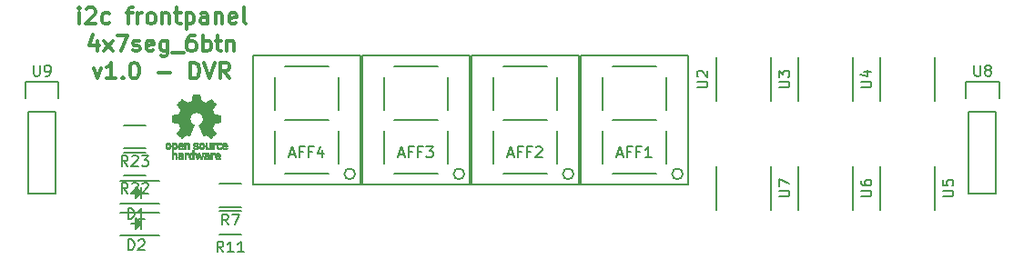
<source format=gbr>
G04 #@! TF.FileFunction,Legend,Top*
%FSLAX46Y46*%
G04 Gerber Fmt 4.6, Leading zero omitted, Abs format (unit mm)*
G04 Created by KiCad (PCBNEW 4.0.5+dfsg1-4) date Mon Sep 10 20:32:53 2018*
%MOMM*%
%LPD*%
G01*
G04 APERTURE LIST*
%ADD10C,0.100000*%
%ADD11C,0.300000*%
%ADD12C,0.150000*%
%ADD13C,0.010000*%
G04 APERTURE END LIST*
D10*
D11*
X38549429Y-24036571D02*
X38549429Y-23036571D01*
X38549429Y-22536571D02*
X38478000Y-22608000D01*
X38549429Y-22679429D01*
X38620857Y-22608000D01*
X38549429Y-22536571D01*
X38549429Y-22679429D01*
X39192286Y-22679429D02*
X39263715Y-22608000D01*
X39406572Y-22536571D01*
X39763715Y-22536571D01*
X39906572Y-22608000D01*
X39978001Y-22679429D01*
X40049429Y-22822286D01*
X40049429Y-22965143D01*
X39978001Y-23179429D01*
X39120858Y-24036571D01*
X40049429Y-24036571D01*
X41335143Y-23965143D02*
X41192286Y-24036571D01*
X40906572Y-24036571D01*
X40763714Y-23965143D01*
X40692286Y-23893714D01*
X40620857Y-23750857D01*
X40620857Y-23322286D01*
X40692286Y-23179429D01*
X40763714Y-23108000D01*
X40906572Y-23036571D01*
X41192286Y-23036571D01*
X41335143Y-23108000D01*
X42906571Y-23036571D02*
X43478000Y-23036571D01*
X43120857Y-24036571D02*
X43120857Y-22750857D01*
X43192285Y-22608000D01*
X43335143Y-22536571D01*
X43478000Y-22536571D01*
X43978000Y-24036571D02*
X43978000Y-23036571D01*
X43978000Y-23322286D02*
X44049428Y-23179429D01*
X44120857Y-23108000D01*
X44263714Y-23036571D01*
X44406571Y-23036571D01*
X45120857Y-24036571D02*
X44977999Y-23965143D01*
X44906571Y-23893714D01*
X44835142Y-23750857D01*
X44835142Y-23322286D01*
X44906571Y-23179429D01*
X44977999Y-23108000D01*
X45120857Y-23036571D01*
X45335142Y-23036571D01*
X45477999Y-23108000D01*
X45549428Y-23179429D01*
X45620857Y-23322286D01*
X45620857Y-23750857D01*
X45549428Y-23893714D01*
X45477999Y-23965143D01*
X45335142Y-24036571D01*
X45120857Y-24036571D01*
X46263714Y-23036571D02*
X46263714Y-24036571D01*
X46263714Y-23179429D02*
X46335142Y-23108000D01*
X46478000Y-23036571D01*
X46692285Y-23036571D01*
X46835142Y-23108000D01*
X46906571Y-23250857D01*
X46906571Y-24036571D01*
X47406571Y-23036571D02*
X47978000Y-23036571D01*
X47620857Y-22536571D02*
X47620857Y-23822286D01*
X47692285Y-23965143D01*
X47835143Y-24036571D01*
X47978000Y-24036571D01*
X48478000Y-23036571D02*
X48478000Y-24536571D01*
X48478000Y-23108000D02*
X48620857Y-23036571D01*
X48906571Y-23036571D01*
X49049428Y-23108000D01*
X49120857Y-23179429D01*
X49192286Y-23322286D01*
X49192286Y-23750857D01*
X49120857Y-23893714D01*
X49049428Y-23965143D01*
X48906571Y-24036571D01*
X48620857Y-24036571D01*
X48478000Y-23965143D01*
X50478000Y-24036571D02*
X50478000Y-23250857D01*
X50406571Y-23108000D01*
X50263714Y-23036571D01*
X49978000Y-23036571D01*
X49835143Y-23108000D01*
X50478000Y-23965143D02*
X50335143Y-24036571D01*
X49978000Y-24036571D01*
X49835143Y-23965143D01*
X49763714Y-23822286D01*
X49763714Y-23679429D01*
X49835143Y-23536571D01*
X49978000Y-23465143D01*
X50335143Y-23465143D01*
X50478000Y-23393714D01*
X51192286Y-23036571D02*
X51192286Y-24036571D01*
X51192286Y-23179429D02*
X51263714Y-23108000D01*
X51406572Y-23036571D01*
X51620857Y-23036571D01*
X51763714Y-23108000D01*
X51835143Y-23250857D01*
X51835143Y-24036571D01*
X53120857Y-23965143D02*
X52978000Y-24036571D01*
X52692286Y-24036571D01*
X52549429Y-23965143D01*
X52478000Y-23822286D01*
X52478000Y-23250857D01*
X52549429Y-23108000D01*
X52692286Y-23036571D01*
X52978000Y-23036571D01*
X53120857Y-23108000D01*
X53192286Y-23250857D01*
X53192286Y-23393714D01*
X52478000Y-23536571D01*
X54049429Y-24036571D02*
X53906571Y-23965143D01*
X53835143Y-23822286D01*
X53835143Y-22536571D01*
X40192286Y-25586571D02*
X40192286Y-26586571D01*
X39835143Y-25015143D02*
X39478000Y-26086571D01*
X40406572Y-26086571D01*
X40835143Y-26586571D02*
X41620857Y-25586571D01*
X40835143Y-25586571D02*
X41620857Y-26586571D01*
X42049429Y-25086571D02*
X43049429Y-25086571D01*
X42406572Y-26586571D01*
X43549428Y-26515143D02*
X43692285Y-26586571D01*
X43978000Y-26586571D01*
X44120857Y-26515143D01*
X44192285Y-26372286D01*
X44192285Y-26300857D01*
X44120857Y-26158000D01*
X43978000Y-26086571D01*
X43763714Y-26086571D01*
X43620857Y-26015143D01*
X43549428Y-25872286D01*
X43549428Y-25800857D01*
X43620857Y-25658000D01*
X43763714Y-25586571D01*
X43978000Y-25586571D01*
X44120857Y-25658000D01*
X45406571Y-26515143D02*
X45263714Y-26586571D01*
X44978000Y-26586571D01*
X44835143Y-26515143D01*
X44763714Y-26372286D01*
X44763714Y-25800857D01*
X44835143Y-25658000D01*
X44978000Y-25586571D01*
X45263714Y-25586571D01*
X45406571Y-25658000D01*
X45478000Y-25800857D01*
X45478000Y-25943714D01*
X44763714Y-26086571D01*
X46763714Y-25586571D02*
X46763714Y-26800857D01*
X46692285Y-26943714D01*
X46620857Y-27015143D01*
X46478000Y-27086571D01*
X46263714Y-27086571D01*
X46120857Y-27015143D01*
X46763714Y-26515143D02*
X46620857Y-26586571D01*
X46335143Y-26586571D01*
X46192285Y-26515143D01*
X46120857Y-26443714D01*
X46049428Y-26300857D01*
X46049428Y-25872286D01*
X46120857Y-25729429D01*
X46192285Y-25658000D01*
X46335143Y-25586571D01*
X46620857Y-25586571D01*
X46763714Y-25658000D01*
X47120857Y-26729429D02*
X48263714Y-26729429D01*
X49263714Y-25086571D02*
X48978000Y-25086571D01*
X48835143Y-25158000D01*
X48763714Y-25229429D01*
X48620857Y-25443714D01*
X48549428Y-25729429D01*
X48549428Y-26300857D01*
X48620857Y-26443714D01*
X48692285Y-26515143D01*
X48835143Y-26586571D01*
X49120857Y-26586571D01*
X49263714Y-26515143D01*
X49335143Y-26443714D01*
X49406571Y-26300857D01*
X49406571Y-25943714D01*
X49335143Y-25800857D01*
X49263714Y-25729429D01*
X49120857Y-25658000D01*
X48835143Y-25658000D01*
X48692285Y-25729429D01*
X48620857Y-25800857D01*
X48549428Y-25943714D01*
X50049428Y-26586571D02*
X50049428Y-25086571D01*
X50049428Y-25658000D02*
X50192285Y-25586571D01*
X50477999Y-25586571D01*
X50620856Y-25658000D01*
X50692285Y-25729429D01*
X50763714Y-25872286D01*
X50763714Y-26300857D01*
X50692285Y-26443714D01*
X50620856Y-26515143D01*
X50477999Y-26586571D01*
X50192285Y-26586571D01*
X50049428Y-26515143D01*
X51192285Y-25586571D02*
X51763714Y-25586571D01*
X51406571Y-25086571D02*
X51406571Y-26372286D01*
X51477999Y-26515143D01*
X51620857Y-26586571D01*
X51763714Y-26586571D01*
X52263714Y-25586571D02*
X52263714Y-26586571D01*
X52263714Y-25729429D02*
X52335142Y-25658000D01*
X52478000Y-25586571D01*
X52692285Y-25586571D01*
X52835142Y-25658000D01*
X52906571Y-25800857D01*
X52906571Y-26586571D01*
X39870858Y-28136571D02*
X40228001Y-29136571D01*
X40585143Y-28136571D01*
X41942286Y-29136571D02*
X41085143Y-29136571D01*
X41513715Y-29136571D02*
X41513715Y-27636571D01*
X41370858Y-27850857D01*
X41228000Y-27993714D01*
X41085143Y-28065143D01*
X42585143Y-28993714D02*
X42656571Y-29065143D01*
X42585143Y-29136571D01*
X42513714Y-29065143D01*
X42585143Y-28993714D01*
X42585143Y-29136571D01*
X43585143Y-27636571D02*
X43728000Y-27636571D01*
X43870857Y-27708000D01*
X43942286Y-27779429D01*
X44013715Y-27922286D01*
X44085143Y-28208000D01*
X44085143Y-28565143D01*
X44013715Y-28850857D01*
X43942286Y-28993714D01*
X43870857Y-29065143D01*
X43728000Y-29136571D01*
X43585143Y-29136571D01*
X43442286Y-29065143D01*
X43370857Y-28993714D01*
X43299429Y-28850857D01*
X43228000Y-28565143D01*
X43228000Y-28208000D01*
X43299429Y-27922286D01*
X43370857Y-27779429D01*
X43442286Y-27708000D01*
X43585143Y-27636571D01*
X45870857Y-28565143D02*
X47013714Y-28565143D01*
X48870857Y-29136571D02*
X48870857Y-27636571D01*
X49228000Y-27636571D01*
X49442285Y-27708000D01*
X49585143Y-27850857D01*
X49656571Y-27993714D01*
X49728000Y-28279429D01*
X49728000Y-28493714D01*
X49656571Y-28779429D01*
X49585143Y-28922286D01*
X49442285Y-29065143D01*
X49228000Y-29136571D01*
X48870857Y-29136571D01*
X50156571Y-27636571D02*
X50656571Y-29136571D01*
X51156571Y-27636571D01*
X52513714Y-29136571D02*
X52013714Y-28422286D01*
X51656571Y-29136571D02*
X51656571Y-27636571D01*
X52227999Y-27636571D01*
X52370857Y-27708000D01*
X52442285Y-27779429D01*
X52513714Y-27922286D01*
X52513714Y-28136571D01*
X52442285Y-28279429D01*
X52370857Y-28350857D01*
X52227999Y-28422286D01*
X51656571Y-28422286D01*
D12*
X94670000Y-38020000D02*
G75*
G03X94670000Y-38020000I-500000J0D01*
G01*
X93170000Y-37020000D02*
X93170000Y-34020000D01*
X88170000Y-38020000D02*
X92170000Y-38020000D01*
X87170000Y-34020000D02*
X87170000Y-37020000D01*
X88170000Y-33020000D02*
X92170000Y-33020000D01*
X93170000Y-29020000D02*
X93170000Y-32020000D01*
X87170000Y-29020000D02*
X87170000Y-32020000D01*
X88170000Y-28020000D02*
X92170000Y-28020000D01*
X85170000Y-27020000D02*
X85170000Y-39020000D01*
X85170000Y-39020000D02*
X95170000Y-39020000D01*
X95170000Y-39020000D02*
X95170000Y-27020000D01*
X95170000Y-27020000D02*
X85170000Y-27020000D01*
X84510000Y-38020000D02*
G75*
G03X84510000Y-38020000I-500000J0D01*
G01*
X83010000Y-37020000D02*
X83010000Y-34020000D01*
X78010000Y-38020000D02*
X82010000Y-38020000D01*
X77010000Y-34020000D02*
X77010000Y-37020000D01*
X78010000Y-33020000D02*
X82010000Y-33020000D01*
X83010000Y-29020000D02*
X83010000Y-32020000D01*
X77010000Y-29020000D02*
X77010000Y-32020000D01*
X78010000Y-28020000D02*
X82010000Y-28020000D01*
X75010000Y-27020000D02*
X75010000Y-39020000D01*
X75010000Y-39020000D02*
X85010000Y-39020000D01*
X85010000Y-39020000D02*
X85010000Y-27020000D01*
X85010000Y-27020000D02*
X75010000Y-27020000D01*
X74350000Y-38020000D02*
G75*
G03X74350000Y-38020000I-500000J0D01*
G01*
X72850000Y-37020000D02*
X72850000Y-34020000D01*
X67850000Y-38020000D02*
X71850000Y-38020000D01*
X66850000Y-34020000D02*
X66850000Y-37020000D01*
X67850000Y-33020000D02*
X71850000Y-33020000D01*
X72850000Y-29020000D02*
X72850000Y-32020000D01*
X66850000Y-29020000D02*
X66850000Y-32020000D01*
X67850000Y-28020000D02*
X71850000Y-28020000D01*
X64850000Y-27020000D02*
X64850000Y-39020000D01*
X64850000Y-39020000D02*
X74850000Y-39020000D01*
X74850000Y-39020000D02*
X74850000Y-27020000D01*
X74850000Y-27020000D02*
X64850000Y-27020000D01*
X64190000Y-38020000D02*
G75*
G03X64190000Y-38020000I-500000J0D01*
G01*
X62690000Y-37020000D02*
X62690000Y-34020000D01*
X57690000Y-38020000D02*
X61690000Y-38020000D01*
X56690000Y-34020000D02*
X56690000Y-37020000D01*
X57690000Y-33020000D02*
X61690000Y-33020000D01*
X62690000Y-29020000D02*
X62690000Y-32020000D01*
X56690000Y-29020000D02*
X56690000Y-32020000D01*
X57690000Y-28020000D02*
X61690000Y-28020000D01*
X54690000Y-27020000D02*
X54690000Y-39020000D01*
X54690000Y-39020000D02*
X64690000Y-39020000D01*
X64690000Y-39020000D02*
X64690000Y-27020000D01*
X64690000Y-27020000D02*
X54690000Y-27020000D01*
X45965000Y-38701000D02*
X42365000Y-38701000D01*
X45965000Y-40801000D02*
X42365000Y-40801000D01*
X43915000Y-40051000D02*
X43915000Y-39451000D01*
X43915000Y-39451000D02*
X44215000Y-39751000D01*
X44215000Y-39751000D02*
X44015000Y-39951000D01*
X44015000Y-39951000D02*
X44015000Y-39701000D01*
X44015000Y-39701000D02*
X44065000Y-39751000D01*
X44315000Y-40251000D02*
X44315000Y-39251000D01*
X43815000Y-39751000D02*
X43315000Y-39751000D01*
X44315000Y-39751000D02*
X43815000Y-40251000D01*
X43815000Y-40251000D02*
X43815000Y-39251000D01*
X43815000Y-39251000D02*
X44315000Y-39751000D01*
X45965000Y-41622000D02*
X42365000Y-41622000D01*
X45965000Y-43722000D02*
X42365000Y-43722000D01*
X43915000Y-42972000D02*
X43915000Y-42372000D01*
X43915000Y-42372000D02*
X44215000Y-42672000D01*
X44215000Y-42672000D02*
X44015000Y-42872000D01*
X44015000Y-42872000D02*
X44015000Y-42622000D01*
X44015000Y-42622000D02*
X44065000Y-42672000D01*
X44315000Y-43172000D02*
X44315000Y-42172000D01*
X43815000Y-42672000D02*
X43315000Y-42672000D01*
X44315000Y-42672000D02*
X43815000Y-43172000D01*
X43815000Y-43172000D02*
X43815000Y-42172000D01*
X43815000Y-42172000D02*
X44315000Y-42672000D01*
X51578000Y-38930000D02*
X53578000Y-38930000D01*
X53578000Y-41080000D02*
X51578000Y-41080000D01*
X51578000Y-41470000D02*
X53578000Y-41470000D01*
X53578000Y-43620000D02*
X51578000Y-43620000D01*
X42688000Y-36009000D02*
X44688000Y-36009000D01*
X44688000Y-38159000D02*
X42688000Y-38159000D01*
X42688000Y-33469000D02*
X44688000Y-33469000D01*
X44688000Y-35619000D02*
X42688000Y-35619000D01*
X102870000Y-31242000D02*
X102870000Y-27178000D01*
X97790000Y-31242000D02*
X97790000Y-27178000D01*
X110490000Y-31242000D02*
X110490000Y-27178000D01*
X105410000Y-31242000D02*
X105410000Y-27178000D01*
X118110000Y-31242000D02*
X118110000Y-27178000D01*
X113030000Y-31242000D02*
X113030000Y-27178000D01*
X113030000Y-37338000D02*
X113030000Y-41402000D01*
X118110000Y-37338000D02*
X118110000Y-41402000D01*
X105410000Y-37338000D02*
X105410000Y-41402000D01*
X110490000Y-37338000D02*
X110490000Y-41402000D01*
X97790000Y-37338000D02*
X97790000Y-41402000D01*
X102870000Y-37338000D02*
X102870000Y-41402000D01*
X121285000Y-32258000D02*
X121285000Y-39878000D01*
X123825000Y-32258000D02*
X123825000Y-39878000D01*
X124105000Y-29438000D02*
X124105000Y-30988000D01*
X121285000Y-39878000D02*
X123825000Y-39878000D01*
X123825000Y-32258000D02*
X121285000Y-32258000D01*
X121005000Y-30988000D02*
X121005000Y-29438000D01*
X121005000Y-29438000D02*
X124105000Y-29438000D01*
X33782000Y-32258000D02*
X33782000Y-39878000D01*
X36322000Y-32258000D02*
X36322000Y-39878000D01*
X36602000Y-29438000D02*
X36602000Y-30988000D01*
X33782000Y-39878000D02*
X36322000Y-39878000D01*
X36322000Y-32258000D02*
X33782000Y-32258000D01*
X33502000Y-30988000D02*
X33502000Y-29438000D01*
X33502000Y-29438000D02*
X36602000Y-29438000D01*
D13*
G36*
X47494241Y-35124184D02*
X47520753Y-35137282D01*
X47553447Y-35160106D01*
X47577275Y-35184996D01*
X47593594Y-35216249D01*
X47603760Y-35258166D01*
X47609128Y-35315044D01*
X47611056Y-35391184D01*
X47611169Y-35423917D01*
X47610839Y-35495656D01*
X47609473Y-35546927D01*
X47606500Y-35582404D01*
X47601351Y-35606763D01*
X47593457Y-35624680D01*
X47585243Y-35636902D01*
X47532813Y-35688905D01*
X47471070Y-35720184D01*
X47404464Y-35729592D01*
X47337442Y-35715980D01*
X47316208Y-35706354D01*
X47265376Y-35679859D01*
X47265376Y-36095052D01*
X47302475Y-36075868D01*
X47351357Y-36061025D01*
X47411439Y-36057222D01*
X47471436Y-36064243D01*
X47516744Y-36080013D01*
X47554325Y-36110047D01*
X47586436Y-36153024D01*
X47588850Y-36157436D01*
X47599033Y-36178221D01*
X47606470Y-36199170D01*
X47611589Y-36224548D01*
X47614819Y-36258618D01*
X47616587Y-36305641D01*
X47617323Y-36369882D01*
X47617456Y-36442176D01*
X47617456Y-36672822D01*
X47479139Y-36672822D01*
X47479139Y-36247533D01*
X47440451Y-36214979D01*
X47400262Y-36188940D01*
X47362203Y-36184205D01*
X47323934Y-36196389D01*
X47303538Y-36208320D01*
X47288358Y-36225313D01*
X47277562Y-36250995D01*
X47270317Y-36288991D01*
X47265792Y-36342926D01*
X47263156Y-36416425D01*
X47262228Y-36465347D01*
X47259089Y-36666535D01*
X47193074Y-36670336D01*
X47127060Y-36674136D01*
X47127060Y-35425650D01*
X47265376Y-35425650D01*
X47268903Y-35495254D01*
X47280785Y-35543569D01*
X47302980Y-35573631D01*
X47337441Y-35588471D01*
X47372258Y-35591436D01*
X47411671Y-35588028D01*
X47437829Y-35574617D01*
X47454186Y-35556896D01*
X47467063Y-35537835D01*
X47474728Y-35516601D01*
X47478139Y-35486849D01*
X47478251Y-35442236D01*
X47477103Y-35404880D01*
X47474468Y-35348604D01*
X47470544Y-35311658D01*
X47463937Y-35288223D01*
X47453251Y-35272480D01*
X47443167Y-35263380D01*
X47401030Y-35243537D01*
X47351160Y-35240332D01*
X47322524Y-35247168D01*
X47294172Y-35271464D01*
X47275391Y-35318728D01*
X47266288Y-35388624D01*
X47265376Y-35425650D01*
X47127060Y-35425650D01*
X47127060Y-35113614D01*
X47196218Y-35113614D01*
X47237740Y-35115256D01*
X47259162Y-35121087D01*
X47265374Y-35132461D01*
X47265376Y-35132798D01*
X47268258Y-35143938D01*
X47280970Y-35142673D01*
X47306243Y-35130433D01*
X47365131Y-35111707D01*
X47431385Y-35109739D01*
X47494241Y-35124184D01*
X47494241Y-35124184D01*
G37*
X47494241Y-35124184D02*
X47520753Y-35137282D01*
X47553447Y-35160106D01*
X47577275Y-35184996D01*
X47593594Y-35216249D01*
X47603760Y-35258166D01*
X47609128Y-35315044D01*
X47611056Y-35391184D01*
X47611169Y-35423917D01*
X47610839Y-35495656D01*
X47609473Y-35546927D01*
X47606500Y-35582404D01*
X47601351Y-35606763D01*
X47593457Y-35624680D01*
X47585243Y-35636902D01*
X47532813Y-35688905D01*
X47471070Y-35720184D01*
X47404464Y-35729592D01*
X47337442Y-35715980D01*
X47316208Y-35706354D01*
X47265376Y-35679859D01*
X47265376Y-36095052D01*
X47302475Y-36075868D01*
X47351357Y-36061025D01*
X47411439Y-36057222D01*
X47471436Y-36064243D01*
X47516744Y-36080013D01*
X47554325Y-36110047D01*
X47586436Y-36153024D01*
X47588850Y-36157436D01*
X47599033Y-36178221D01*
X47606470Y-36199170D01*
X47611589Y-36224548D01*
X47614819Y-36258618D01*
X47616587Y-36305641D01*
X47617323Y-36369882D01*
X47617456Y-36442176D01*
X47617456Y-36672822D01*
X47479139Y-36672822D01*
X47479139Y-36247533D01*
X47440451Y-36214979D01*
X47400262Y-36188940D01*
X47362203Y-36184205D01*
X47323934Y-36196389D01*
X47303538Y-36208320D01*
X47288358Y-36225313D01*
X47277562Y-36250995D01*
X47270317Y-36288991D01*
X47265792Y-36342926D01*
X47263156Y-36416425D01*
X47262228Y-36465347D01*
X47259089Y-36666535D01*
X47193074Y-36670336D01*
X47127060Y-36674136D01*
X47127060Y-35425650D01*
X47265376Y-35425650D01*
X47268903Y-35495254D01*
X47280785Y-35543569D01*
X47302980Y-35573631D01*
X47337441Y-35588471D01*
X47372258Y-35591436D01*
X47411671Y-35588028D01*
X47437829Y-35574617D01*
X47454186Y-35556896D01*
X47467063Y-35537835D01*
X47474728Y-35516601D01*
X47478139Y-35486849D01*
X47478251Y-35442236D01*
X47477103Y-35404880D01*
X47474468Y-35348604D01*
X47470544Y-35311658D01*
X47463937Y-35288223D01*
X47453251Y-35272480D01*
X47443167Y-35263380D01*
X47401030Y-35243537D01*
X47351160Y-35240332D01*
X47322524Y-35247168D01*
X47294172Y-35271464D01*
X47275391Y-35318728D01*
X47266288Y-35388624D01*
X47265376Y-35425650D01*
X47127060Y-35425650D01*
X47127060Y-35113614D01*
X47196218Y-35113614D01*
X47237740Y-35115256D01*
X47259162Y-35121087D01*
X47265374Y-35132461D01*
X47265376Y-35132798D01*
X47268258Y-35143938D01*
X47280970Y-35142673D01*
X47306243Y-35130433D01*
X47365131Y-35111707D01*
X47431385Y-35109739D01*
X47494241Y-35124184D01*
G36*
X48018790Y-36061555D02*
X48077945Y-36077339D01*
X48122977Y-36105948D01*
X48154754Y-36143419D01*
X48164634Y-36159411D01*
X48171927Y-36176163D01*
X48177026Y-36197592D01*
X48180321Y-36227616D01*
X48182203Y-36270154D01*
X48183063Y-36329122D01*
X48183293Y-36408440D01*
X48183297Y-36429484D01*
X48183297Y-36672822D01*
X48122941Y-36672822D01*
X48084443Y-36670126D01*
X48055977Y-36663295D01*
X48048845Y-36659083D01*
X48029348Y-36651813D01*
X48009434Y-36659083D01*
X47976647Y-36668160D01*
X47929022Y-36671813D01*
X47876236Y-36670228D01*
X47827964Y-36663589D01*
X47799782Y-36655072D01*
X47745247Y-36620063D01*
X47711165Y-36571479D01*
X47695843Y-36506882D01*
X47695701Y-36505223D01*
X47697045Y-36476566D01*
X47818644Y-36476566D01*
X47829274Y-36509161D01*
X47846590Y-36527505D01*
X47881348Y-36541379D01*
X47927227Y-36546917D01*
X47974012Y-36544191D01*
X48011486Y-36533274D01*
X48021985Y-36526269D01*
X48040332Y-36493904D01*
X48044980Y-36457111D01*
X48044980Y-36408763D01*
X47975418Y-36408763D01*
X47909333Y-36413850D01*
X47859236Y-36428263D01*
X47828071Y-36450729D01*
X47818644Y-36476566D01*
X47697045Y-36476566D01*
X47699013Y-36434647D01*
X47722290Y-36378845D01*
X47766052Y-36336647D01*
X47772101Y-36332808D01*
X47798093Y-36320309D01*
X47830265Y-36312740D01*
X47875240Y-36309061D01*
X47928669Y-36308216D01*
X48044980Y-36308169D01*
X48044980Y-36259411D01*
X48040047Y-36221581D01*
X48027457Y-36196236D01*
X48025983Y-36194887D01*
X47997966Y-36183800D01*
X47955674Y-36179503D01*
X47908936Y-36181615D01*
X47867582Y-36189756D01*
X47843043Y-36201965D01*
X47829747Y-36211746D01*
X47815706Y-36213613D01*
X47796329Y-36205600D01*
X47767024Y-36185739D01*
X47723197Y-36152063D01*
X47719175Y-36148909D01*
X47721236Y-36137236D01*
X47738432Y-36117822D01*
X47764567Y-36096248D01*
X47793448Y-36078096D01*
X47802522Y-36073809D01*
X47835620Y-36065256D01*
X47884120Y-36059155D01*
X47938305Y-36056708D01*
X47940839Y-36056703D01*
X48018790Y-36061555D01*
X48018790Y-36061555D01*
G37*
X48018790Y-36061555D02*
X48077945Y-36077339D01*
X48122977Y-36105948D01*
X48154754Y-36143419D01*
X48164634Y-36159411D01*
X48171927Y-36176163D01*
X48177026Y-36197592D01*
X48180321Y-36227616D01*
X48182203Y-36270154D01*
X48183063Y-36329122D01*
X48183293Y-36408440D01*
X48183297Y-36429484D01*
X48183297Y-36672822D01*
X48122941Y-36672822D01*
X48084443Y-36670126D01*
X48055977Y-36663295D01*
X48048845Y-36659083D01*
X48029348Y-36651813D01*
X48009434Y-36659083D01*
X47976647Y-36668160D01*
X47929022Y-36671813D01*
X47876236Y-36670228D01*
X47827964Y-36663589D01*
X47799782Y-36655072D01*
X47745247Y-36620063D01*
X47711165Y-36571479D01*
X47695843Y-36506882D01*
X47695701Y-36505223D01*
X47697045Y-36476566D01*
X47818644Y-36476566D01*
X47829274Y-36509161D01*
X47846590Y-36527505D01*
X47881348Y-36541379D01*
X47927227Y-36546917D01*
X47974012Y-36544191D01*
X48011486Y-36533274D01*
X48021985Y-36526269D01*
X48040332Y-36493904D01*
X48044980Y-36457111D01*
X48044980Y-36408763D01*
X47975418Y-36408763D01*
X47909333Y-36413850D01*
X47859236Y-36428263D01*
X47828071Y-36450729D01*
X47818644Y-36476566D01*
X47697045Y-36476566D01*
X47699013Y-36434647D01*
X47722290Y-36378845D01*
X47766052Y-36336647D01*
X47772101Y-36332808D01*
X47798093Y-36320309D01*
X47830265Y-36312740D01*
X47875240Y-36309061D01*
X47928669Y-36308216D01*
X48044980Y-36308169D01*
X48044980Y-36259411D01*
X48040047Y-36221581D01*
X48027457Y-36196236D01*
X48025983Y-36194887D01*
X47997966Y-36183800D01*
X47955674Y-36179503D01*
X47908936Y-36181615D01*
X47867582Y-36189756D01*
X47843043Y-36201965D01*
X47829747Y-36211746D01*
X47815706Y-36213613D01*
X47796329Y-36205600D01*
X47767024Y-36185739D01*
X47723197Y-36152063D01*
X47719175Y-36148909D01*
X47721236Y-36137236D01*
X47738432Y-36117822D01*
X47764567Y-36096248D01*
X47793448Y-36078096D01*
X47802522Y-36073809D01*
X47835620Y-36065256D01*
X47884120Y-36059155D01*
X47938305Y-36056708D01*
X47940839Y-36056703D01*
X48018790Y-36061555D01*
G36*
X48409644Y-36058020D02*
X48428461Y-36063660D01*
X48434527Y-36076053D01*
X48434782Y-36081647D01*
X48435871Y-36097230D01*
X48443368Y-36099676D01*
X48463619Y-36088993D01*
X48475649Y-36081694D01*
X48513600Y-36066063D01*
X48558928Y-36058334D01*
X48606456Y-36057740D01*
X48651005Y-36063513D01*
X48687398Y-36074884D01*
X48710457Y-36091088D01*
X48715004Y-36111355D01*
X48712709Y-36116843D01*
X48695980Y-36139626D01*
X48670037Y-36167647D01*
X48665345Y-36172177D01*
X48640617Y-36193005D01*
X48619282Y-36199735D01*
X48589445Y-36195038D01*
X48577492Y-36191917D01*
X48540295Y-36184421D01*
X48514141Y-36187792D01*
X48492054Y-36199681D01*
X48471822Y-36215635D01*
X48456921Y-36235700D01*
X48446566Y-36263702D01*
X48439971Y-36303467D01*
X48436351Y-36358823D01*
X48434922Y-36433594D01*
X48434782Y-36478740D01*
X48434782Y-36672822D01*
X48309040Y-36672822D01*
X48309040Y-36056683D01*
X48371911Y-36056683D01*
X48409644Y-36058020D01*
X48409644Y-36058020D01*
G37*
X48409644Y-36058020D02*
X48428461Y-36063660D01*
X48434527Y-36076053D01*
X48434782Y-36081647D01*
X48435871Y-36097230D01*
X48443368Y-36099676D01*
X48463619Y-36088993D01*
X48475649Y-36081694D01*
X48513600Y-36066063D01*
X48558928Y-36058334D01*
X48606456Y-36057740D01*
X48651005Y-36063513D01*
X48687398Y-36074884D01*
X48710457Y-36091088D01*
X48715004Y-36111355D01*
X48712709Y-36116843D01*
X48695980Y-36139626D01*
X48670037Y-36167647D01*
X48665345Y-36172177D01*
X48640617Y-36193005D01*
X48619282Y-36199735D01*
X48589445Y-36195038D01*
X48577492Y-36191917D01*
X48540295Y-36184421D01*
X48514141Y-36187792D01*
X48492054Y-36199681D01*
X48471822Y-36215635D01*
X48456921Y-36235700D01*
X48446566Y-36263702D01*
X48439971Y-36303467D01*
X48436351Y-36358823D01*
X48434922Y-36433594D01*
X48434782Y-36478740D01*
X48434782Y-36672822D01*
X48309040Y-36672822D01*
X48309040Y-36056683D01*
X48371911Y-36056683D01*
X48409644Y-36058020D01*
G36*
X49201812Y-36672822D02*
X49132654Y-36672822D01*
X49092512Y-36671645D01*
X49071606Y-36666772D01*
X49064078Y-36656186D01*
X49063495Y-36649029D01*
X49062226Y-36634676D01*
X49054221Y-36631923D01*
X49033185Y-36640771D01*
X49016827Y-36649029D01*
X48954023Y-36668597D01*
X48885752Y-36669729D01*
X48830248Y-36655135D01*
X48778562Y-36619877D01*
X48739162Y-36567835D01*
X48717587Y-36506450D01*
X48717038Y-36503018D01*
X48713833Y-36465571D01*
X48712239Y-36411813D01*
X48712367Y-36371155D01*
X48849721Y-36371155D01*
X48852903Y-36425194D01*
X48860141Y-36469735D01*
X48869940Y-36494888D01*
X48907011Y-36529260D01*
X48951026Y-36541582D01*
X48996416Y-36531618D01*
X49035203Y-36501895D01*
X49049892Y-36481905D01*
X49058481Y-36458050D01*
X49062504Y-36423230D01*
X49063495Y-36370930D01*
X49061722Y-36319139D01*
X49057037Y-36273634D01*
X49050397Y-36243181D01*
X49049290Y-36240452D01*
X49022509Y-36208000D01*
X48983421Y-36190183D01*
X48939685Y-36187306D01*
X48898962Y-36199674D01*
X48868913Y-36227593D01*
X48865796Y-36233148D01*
X48856039Y-36267022D01*
X48850723Y-36315728D01*
X48849721Y-36371155D01*
X48712367Y-36371155D01*
X48712432Y-36350540D01*
X48713336Y-36317563D01*
X48719486Y-36235981D01*
X48732267Y-36174730D01*
X48753529Y-36129449D01*
X48785122Y-36095779D01*
X48815793Y-36076014D01*
X48858646Y-36062120D01*
X48911944Y-36057354D01*
X48966520Y-36061236D01*
X49013208Y-36073282D01*
X49037876Y-36087693D01*
X49063495Y-36110878D01*
X49063495Y-35817773D01*
X49201812Y-35817773D01*
X49201812Y-36672822D01*
X49201812Y-36672822D01*
G37*
X49201812Y-36672822D02*
X49132654Y-36672822D01*
X49092512Y-36671645D01*
X49071606Y-36666772D01*
X49064078Y-36656186D01*
X49063495Y-36649029D01*
X49062226Y-36634676D01*
X49054221Y-36631923D01*
X49033185Y-36640771D01*
X49016827Y-36649029D01*
X48954023Y-36668597D01*
X48885752Y-36669729D01*
X48830248Y-36655135D01*
X48778562Y-36619877D01*
X48739162Y-36567835D01*
X48717587Y-36506450D01*
X48717038Y-36503018D01*
X48713833Y-36465571D01*
X48712239Y-36411813D01*
X48712367Y-36371155D01*
X48849721Y-36371155D01*
X48852903Y-36425194D01*
X48860141Y-36469735D01*
X48869940Y-36494888D01*
X48907011Y-36529260D01*
X48951026Y-36541582D01*
X48996416Y-36531618D01*
X49035203Y-36501895D01*
X49049892Y-36481905D01*
X49058481Y-36458050D01*
X49062504Y-36423230D01*
X49063495Y-36370930D01*
X49061722Y-36319139D01*
X49057037Y-36273634D01*
X49050397Y-36243181D01*
X49049290Y-36240452D01*
X49022509Y-36208000D01*
X48983421Y-36190183D01*
X48939685Y-36187306D01*
X48898962Y-36199674D01*
X48868913Y-36227593D01*
X48865796Y-36233148D01*
X48856039Y-36267022D01*
X48850723Y-36315728D01*
X48849721Y-36371155D01*
X48712367Y-36371155D01*
X48712432Y-36350540D01*
X48713336Y-36317563D01*
X48719486Y-36235981D01*
X48732267Y-36174730D01*
X48753529Y-36129449D01*
X48785122Y-36095779D01*
X48815793Y-36076014D01*
X48858646Y-36062120D01*
X48911944Y-36057354D01*
X48966520Y-36061236D01*
X49013208Y-36073282D01*
X49037876Y-36087693D01*
X49063495Y-36110878D01*
X49063495Y-35817773D01*
X49201812Y-35817773D01*
X49201812Y-36672822D01*
G36*
X49684524Y-36059237D02*
X49734255Y-36062971D01*
X49864291Y-36452773D01*
X49884678Y-36383614D01*
X49896946Y-36340874D01*
X49913085Y-36283115D01*
X49930512Y-36219625D01*
X49939726Y-36185570D01*
X49974388Y-36056683D01*
X50117391Y-36056683D01*
X50074646Y-36191857D01*
X50053596Y-36258342D01*
X50028167Y-36338539D01*
X50001610Y-36422193D01*
X49977902Y-36496782D01*
X49923902Y-36666535D01*
X49865598Y-36670328D01*
X49807295Y-36674122D01*
X49775679Y-36569734D01*
X49756182Y-36504889D01*
X49734904Y-36433400D01*
X49716308Y-36370263D01*
X49715574Y-36367750D01*
X49701684Y-36324969D01*
X49689429Y-36295779D01*
X49680846Y-36284741D01*
X49679082Y-36286018D01*
X49672891Y-36303130D01*
X49661128Y-36339787D01*
X49645225Y-36391378D01*
X49626614Y-36453294D01*
X49616543Y-36487352D01*
X49562007Y-36672822D01*
X49446264Y-36672822D01*
X49353737Y-36380471D01*
X49327744Y-36298462D01*
X49304066Y-36223987D01*
X49283820Y-36160544D01*
X49268126Y-36111632D01*
X49258102Y-36080749D01*
X49255055Y-36071726D01*
X49257467Y-36062487D01*
X49276408Y-36058441D01*
X49315823Y-36058846D01*
X49321993Y-36059152D01*
X49395086Y-36062971D01*
X49442957Y-36239010D01*
X49460553Y-36303211D01*
X49476277Y-36359649D01*
X49488746Y-36403422D01*
X49496574Y-36429630D01*
X49498020Y-36433903D01*
X49504014Y-36428990D01*
X49516101Y-36403532D01*
X49532893Y-36360997D01*
X49553003Y-36304850D01*
X49570003Y-36254130D01*
X49634794Y-36055504D01*
X49684524Y-36059237D01*
X49684524Y-36059237D01*
G37*
X49684524Y-36059237D02*
X49734255Y-36062971D01*
X49864291Y-36452773D01*
X49884678Y-36383614D01*
X49896946Y-36340874D01*
X49913085Y-36283115D01*
X49930512Y-36219625D01*
X49939726Y-36185570D01*
X49974388Y-36056683D01*
X50117391Y-36056683D01*
X50074646Y-36191857D01*
X50053596Y-36258342D01*
X50028167Y-36338539D01*
X50001610Y-36422193D01*
X49977902Y-36496782D01*
X49923902Y-36666535D01*
X49865598Y-36670328D01*
X49807295Y-36674122D01*
X49775679Y-36569734D01*
X49756182Y-36504889D01*
X49734904Y-36433400D01*
X49716308Y-36370263D01*
X49715574Y-36367750D01*
X49701684Y-36324969D01*
X49689429Y-36295779D01*
X49680846Y-36284741D01*
X49679082Y-36286018D01*
X49672891Y-36303130D01*
X49661128Y-36339787D01*
X49645225Y-36391378D01*
X49626614Y-36453294D01*
X49616543Y-36487352D01*
X49562007Y-36672822D01*
X49446264Y-36672822D01*
X49353737Y-36380471D01*
X49327744Y-36298462D01*
X49304066Y-36223987D01*
X49283820Y-36160544D01*
X49268126Y-36111632D01*
X49258102Y-36080749D01*
X49255055Y-36071726D01*
X49257467Y-36062487D01*
X49276408Y-36058441D01*
X49315823Y-36058846D01*
X49321993Y-36059152D01*
X49395086Y-36062971D01*
X49442957Y-36239010D01*
X49460553Y-36303211D01*
X49476277Y-36359649D01*
X49488746Y-36403422D01*
X49496574Y-36429630D01*
X49498020Y-36433903D01*
X49504014Y-36428990D01*
X49516101Y-36403532D01*
X49532893Y-36360997D01*
X49553003Y-36304850D01*
X49570003Y-36254130D01*
X49634794Y-36055504D01*
X49684524Y-36059237D01*
G36*
X50441411Y-36060417D02*
X50494411Y-36073290D01*
X50509731Y-36080110D01*
X50539428Y-36097974D01*
X50562220Y-36118093D01*
X50579083Y-36143962D01*
X50590998Y-36179073D01*
X50598942Y-36226920D01*
X50603894Y-36290996D01*
X50606831Y-36374794D01*
X50607947Y-36430768D01*
X50612052Y-36672822D01*
X50541932Y-36672822D01*
X50499393Y-36671038D01*
X50477476Y-36664942D01*
X50471812Y-36654706D01*
X50468821Y-36643637D01*
X50455451Y-36645754D01*
X50437233Y-36654629D01*
X50391624Y-36668233D01*
X50333007Y-36671899D01*
X50271354Y-36665903D01*
X50216638Y-36650521D01*
X50211730Y-36648386D01*
X50161723Y-36613255D01*
X50128756Y-36564419D01*
X50113587Y-36507333D01*
X50114746Y-36486824D01*
X50238508Y-36486824D01*
X50249413Y-36514425D01*
X50281745Y-36534204D01*
X50333910Y-36544819D01*
X50361787Y-36546228D01*
X50408247Y-36542620D01*
X50439129Y-36528597D01*
X50446664Y-36521931D01*
X50467076Y-36485666D01*
X50471812Y-36452773D01*
X50471812Y-36408763D01*
X50410513Y-36408763D01*
X50339256Y-36412395D01*
X50289276Y-36423818D01*
X50257696Y-36443824D01*
X50250626Y-36452743D01*
X50238508Y-36486824D01*
X50114746Y-36486824D01*
X50116971Y-36447456D01*
X50139663Y-36390244D01*
X50170624Y-36351580D01*
X50189376Y-36334864D01*
X50207733Y-36323878D01*
X50231619Y-36317180D01*
X50266957Y-36313326D01*
X50319669Y-36310873D01*
X50340577Y-36310168D01*
X50471812Y-36305879D01*
X50471620Y-36266158D01*
X50466537Y-36224405D01*
X50448162Y-36199158D01*
X50411039Y-36183030D01*
X50410043Y-36182742D01*
X50357410Y-36176400D01*
X50305906Y-36184684D01*
X50267630Y-36204827D01*
X50252272Y-36214773D01*
X50235730Y-36213397D01*
X50210275Y-36198987D01*
X50195328Y-36188817D01*
X50166091Y-36167088D01*
X50147980Y-36150800D01*
X50145074Y-36146137D01*
X50157040Y-36122005D01*
X50192396Y-36093185D01*
X50207753Y-36083461D01*
X50251901Y-36066714D01*
X50311398Y-36057227D01*
X50377487Y-36055095D01*
X50441411Y-36060417D01*
X50441411Y-36060417D01*
G37*
X50441411Y-36060417D02*
X50494411Y-36073290D01*
X50509731Y-36080110D01*
X50539428Y-36097974D01*
X50562220Y-36118093D01*
X50579083Y-36143962D01*
X50590998Y-36179073D01*
X50598942Y-36226920D01*
X50603894Y-36290996D01*
X50606831Y-36374794D01*
X50607947Y-36430768D01*
X50612052Y-36672822D01*
X50541932Y-36672822D01*
X50499393Y-36671038D01*
X50477476Y-36664942D01*
X50471812Y-36654706D01*
X50468821Y-36643637D01*
X50455451Y-36645754D01*
X50437233Y-36654629D01*
X50391624Y-36668233D01*
X50333007Y-36671899D01*
X50271354Y-36665903D01*
X50216638Y-36650521D01*
X50211730Y-36648386D01*
X50161723Y-36613255D01*
X50128756Y-36564419D01*
X50113587Y-36507333D01*
X50114746Y-36486824D01*
X50238508Y-36486824D01*
X50249413Y-36514425D01*
X50281745Y-36534204D01*
X50333910Y-36544819D01*
X50361787Y-36546228D01*
X50408247Y-36542620D01*
X50439129Y-36528597D01*
X50446664Y-36521931D01*
X50467076Y-36485666D01*
X50471812Y-36452773D01*
X50471812Y-36408763D01*
X50410513Y-36408763D01*
X50339256Y-36412395D01*
X50289276Y-36423818D01*
X50257696Y-36443824D01*
X50250626Y-36452743D01*
X50238508Y-36486824D01*
X50114746Y-36486824D01*
X50116971Y-36447456D01*
X50139663Y-36390244D01*
X50170624Y-36351580D01*
X50189376Y-36334864D01*
X50207733Y-36323878D01*
X50231619Y-36317180D01*
X50266957Y-36313326D01*
X50319669Y-36310873D01*
X50340577Y-36310168D01*
X50471812Y-36305879D01*
X50471620Y-36266158D01*
X50466537Y-36224405D01*
X50448162Y-36199158D01*
X50411039Y-36183030D01*
X50410043Y-36182742D01*
X50357410Y-36176400D01*
X50305906Y-36184684D01*
X50267630Y-36204827D01*
X50252272Y-36214773D01*
X50235730Y-36213397D01*
X50210275Y-36198987D01*
X50195328Y-36188817D01*
X50166091Y-36167088D01*
X50147980Y-36150800D01*
X50145074Y-36146137D01*
X50157040Y-36122005D01*
X50192396Y-36093185D01*
X50207753Y-36083461D01*
X50251901Y-36066714D01*
X50311398Y-36057227D01*
X50377487Y-36055095D01*
X50441411Y-36060417D01*
G36*
X51038255Y-36056486D02*
X51086595Y-36066015D01*
X51114114Y-36080125D01*
X51143064Y-36103568D01*
X51101876Y-36155571D01*
X51076482Y-36187064D01*
X51059238Y-36202428D01*
X51042102Y-36204776D01*
X51017027Y-36197217D01*
X51005257Y-36192941D01*
X50957270Y-36186631D01*
X50913324Y-36200156D01*
X50881060Y-36230710D01*
X50875819Y-36240452D01*
X50870112Y-36266258D01*
X50865706Y-36313817D01*
X50862811Y-36379758D01*
X50861631Y-36460710D01*
X50861614Y-36472226D01*
X50861614Y-36672822D01*
X50723297Y-36672822D01*
X50723297Y-36056683D01*
X50792456Y-36056683D01*
X50832333Y-36057725D01*
X50853107Y-36062358D01*
X50860789Y-36072849D01*
X50861614Y-36082745D01*
X50861614Y-36108806D01*
X50894745Y-36082745D01*
X50932735Y-36064965D01*
X50983770Y-36056174D01*
X51038255Y-36056486D01*
X51038255Y-36056486D01*
G37*
X51038255Y-36056486D02*
X51086595Y-36066015D01*
X51114114Y-36080125D01*
X51143064Y-36103568D01*
X51101876Y-36155571D01*
X51076482Y-36187064D01*
X51059238Y-36202428D01*
X51042102Y-36204776D01*
X51017027Y-36197217D01*
X51005257Y-36192941D01*
X50957270Y-36186631D01*
X50913324Y-36200156D01*
X50881060Y-36230710D01*
X50875819Y-36240452D01*
X50870112Y-36266258D01*
X50865706Y-36313817D01*
X50862811Y-36379758D01*
X50861631Y-36460710D01*
X50861614Y-36472226D01*
X50861614Y-36672822D01*
X50723297Y-36672822D01*
X50723297Y-36056683D01*
X50792456Y-36056683D01*
X50832333Y-36057725D01*
X50853107Y-36062358D01*
X50860789Y-36072849D01*
X50861614Y-36082745D01*
X50861614Y-36108806D01*
X50894745Y-36082745D01*
X50932735Y-36064965D01*
X50983770Y-36056174D01*
X51038255Y-36056486D01*
G36*
X51435581Y-36059970D02*
X51495685Y-36075597D01*
X51546021Y-36107848D01*
X51570393Y-36131940D01*
X51610345Y-36188895D01*
X51633242Y-36254965D01*
X51641108Y-36336182D01*
X51641148Y-36342748D01*
X51641218Y-36408763D01*
X51261264Y-36408763D01*
X51269363Y-36443342D01*
X51283987Y-36474659D01*
X51309581Y-36507291D01*
X51314935Y-36512500D01*
X51360943Y-36540694D01*
X51413410Y-36545475D01*
X51473803Y-36526926D01*
X51484040Y-36521931D01*
X51515439Y-36506745D01*
X51536470Y-36498094D01*
X51540139Y-36497293D01*
X51552948Y-36505063D01*
X51577378Y-36524072D01*
X51589779Y-36534460D01*
X51615476Y-36558321D01*
X51623915Y-36574077D01*
X51618058Y-36588571D01*
X51614928Y-36592534D01*
X51593725Y-36609879D01*
X51558738Y-36630959D01*
X51534337Y-36643265D01*
X51465072Y-36664946D01*
X51388388Y-36671971D01*
X51315765Y-36663647D01*
X51295426Y-36657686D01*
X51232476Y-36623952D01*
X51185815Y-36572045D01*
X51155173Y-36501459D01*
X51140282Y-36411692D01*
X51138647Y-36364753D01*
X51143421Y-36296413D01*
X51263990Y-36296413D01*
X51275652Y-36301465D01*
X51306998Y-36305429D01*
X51352571Y-36307768D01*
X51383446Y-36308169D01*
X51438981Y-36307783D01*
X51474033Y-36305975D01*
X51493262Y-36301773D01*
X51501330Y-36294203D01*
X51502901Y-36283218D01*
X51492121Y-36249381D01*
X51464980Y-36215940D01*
X51429277Y-36190272D01*
X51393560Y-36179772D01*
X51345048Y-36189086D01*
X51303053Y-36216013D01*
X51273936Y-36254827D01*
X51263990Y-36296413D01*
X51143421Y-36296413D01*
X51145599Y-36265236D01*
X51167055Y-36185949D01*
X51203470Y-36126263D01*
X51255297Y-36085549D01*
X51322990Y-36063179D01*
X51359662Y-36058871D01*
X51435581Y-36059970D01*
X51435581Y-36059970D01*
G37*
X51435581Y-36059970D02*
X51495685Y-36075597D01*
X51546021Y-36107848D01*
X51570393Y-36131940D01*
X51610345Y-36188895D01*
X51633242Y-36254965D01*
X51641108Y-36336182D01*
X51641148Y-36342748D01*
X51641218Y-36408763D01*
X51261264Y-36408763D01*
X51269363Y-36443342D01*
X51283987Y-36474659D01*
X51309581Y-36507291D01*
X51314935Y-36512500D01*
X51360943Y-36540694D01*
X51413410Y-36545475D01*
X51473803Y-36526926D01*
X51484040Y-36521931D01*
X51515439Y-36506745D01*
X51536470Y-36498094D01*
X51540139Y-36497293D01*
X51552948Y-36505063D01*
X51577378Y-36524072D01*
X51589779Y-36534460D01*
X51615476Y-36558321D01*
X51623915Y-36574077D01*
X51618058Y-36588571D01*
X51614928Y-36592534D01*
X51593725Y-36609879D01*
X51558738Y-36630959D01*
X51534337Y-36643265D01*
X51465072Y-36664946D01*
X51388388Y-36671971D01*
X51315765Y-36663647D01*
X51295426Y-36657686D01*
X51232476Y-36623952D01*
X51185815Y-36572045D01*
X51155173Y-36501459D01*
X51140282Y-36411692D01*
X51138647Y-36364753D01*
X51143421Y-36296413D01*
X51263990Y-36296413D01*
X51275652Y-36301465D01*
X51306998Y-36305429D01*
X51352571Y-36307768D01*
X51383446Y-36308169D01*
X51438981Y-36307783D01*
X51474033Y-36305975D01*
X51493262Y-36301773D01*
X51501330Y-36294203D01*
X51502901Y-36283218D01*
X51492121Y-36249381D01*
X51464980Y-36215940D01*
X51429277Y-36190272D01*
X51393560Y-36179772D01*
X51345048Y-36189086D01*
X51303053Y-36216013D01*
X51273936Y-36254827D01*
X51263990Y-36296413D01*
X51143421Y-36296413D01*
X51145599Y-36265236D01*
X51167055Y-36185949D01*
X51203470Y-36126263D01*
X51255297Y-36085549D01*
X51322990Y-36063179D01*
X51359662Y-36058871D01*
X51435581Y-36059970D01*
G36*
X46864739Y-35120148D02*
X46930521Y-35149231D01*
X46980460Y-35197793D01*
X47014626Y-35265908D01*
X47033093Y-35353651D01*
X47034417Y-35367351D01*
X47035454Y-35463939D01*
X47022007Y-35548602D01*
X46994892Y-35617221D01*
X46980373Y-35639294D01*
X46929799Y-35686011D01*
X46865391Y-35716268D01*
X46793334Y-35728824D01*
X46719815Y-35722439D01*
X46663928Y-35702772D01*
X46615868Y-35669629D01*
X46576588Y-35626175D01*
X46575908Y-35625158D01*
X46559956Y-35598338D01*
X46549590Y-35571368D01*
X46543312Y-35537332D01*
X46539627Y-35489310D01*
X46538003Y-35449931D01*
X46537328Y-35414219D01*
X46663045Y-35414219D01*
X46664274Y-35449770D01*
X46668734Y-35497094D01*
X46676603Y-35527465D01*
X46690793Y-35549072D01*
X46704083Y-35561694D01*
X46751198Y-35588122D01*
X46800495Y-35591653D01*
X46846407Y-35572639D01*
X46869362Y-35551331D01*
X46885904Y-35529859D01*
X46895579Y-35509313D01*
X46899826Y-35482574D01*
X46900080Y-35442523D01*
X46898772Y-35405638D01*
X46895957Y-35352947D01*
X46891495Y-35318772D01*
X46883452Y-35296480D01*
X46869897Y-35279442D01*
X46859155Y-35269703D01*
X46814223Y-35244123D01*
X46765751Y-35242847D01*
X46725106Y-35257999D01*
X46690433Y-35289642D01*
X46669776Y-35341620D01*
X46663045Y-35414219D01*
X46537328Y-35414219D01*
X46536521Y-35371621D01*
X46539052Y-35313056D01*
X46546638Y-35269007D01*
X46560319Y-35234248D01*
X46581135Y-35203551D01*
X46588853Y-35194436D01*
X46637111Y-35149021D01*
X46688872Y-35122493D01*
X46752172Y-35111379D01*
X46783039Y-35110471D01*
X46864739Y-35120148D01*
X46864739Y-35120148D01*
G37*
X46864739Y-35120148D02*
X46930521Y-35149231D01*
X46980460Y-35197793D01*
X47014626Y-35265908D01*
X47033093Y-35353651D01*
X47034417Y-35367351D01*
X47035454Y-35463939D01*
X47022007Y-35548602D01*
X46994892Y-35617221D01*
X46980373Y-35639294D01*
X46929799Y-35686011D01*
X46865391Y-35716268D01*
X46793334Y-35728824D01*
X46719815Y-35722439D01*
X46663928Y-35702772D01*
X46615868Y-35669629D01*
X46576588Y-35626175D01*
X46575908Y-35625158D01*
X46559956Y-35598338D01*
X46549590Y-35571368D01*
X46543312Y-35537332D01*
X46539627Y-35489310D01*
X46538003Y-35449931D01*
X46537328Y-35414219D01*
X46663045Y-35414219D01*
X46664274Y-35449770D01*
X46668734Y-35497094D01*
X46676603Y-35527465D01*
X46690793Y-35549072D01*
X46704083Y-35561694D01*
X46751198Y-35588122D01*
X46800495Y-35591653D01*
X46846407Y-35572639D01*
X46869362Y-35551331D01*
X46885904Y-35529859D01*
X46895579Y-35509313D01*
X46899826Y-35482574D01*
X46900080Y-35442523D01*
X46898772Y-35405638D01*
X46895957Y-35352947D01*
X46891495Y-35318772D01*
X46883452Y-35296480D01*
X46869897Y-35279442D01*
X46859155Y-35269703D01*
X46814223Y-35244123D01*
X46765751Y-35242847D01*
X46725106Y-35257999D01*
X46690433Y-35289642D01*
X46669776Y-35341620D01*
X46663045Y-35414219D01*
X46537328Y-35414219D01*
X46536521Y-35371621D01*
X46539052Y-35313056D01*
X46546638Y-35269007D01*
X46560319Y-35234248D01*
X46581135Y-35203551D01*
X46588853Y-35194436D01*
X46637111Y-35149021D01*
X46688872Y-35122493D01*
X46752172Y-35111379D01*
X46783039Y-35110471D01*
X46864739Y-35120148D01*
G36*
X48046301Y-35127614D02*
X48058832Y-35133514D01*
X48102201Y-35165283D01*
X48143210Y-35211646D01*
X48173832Y-35262696D01*
X48182541Y-35286166D01*
X48190488Y-35328091D01*
X48195226Y-35378757D01*
X48195801Y-35399679D01*
X48195871Y-35465693D01*
X47815917Y-35465693D01*
X47824017Y-35500273D01*
X47843896Y-35541170D01*
X47878653Y-35576514D01*
X47920002Y-35599282D01*
X47946351Y-35604010D01*
X47982084Y-35598273D01*
X48024718Y-35583882D01*
X48039201Y-35577262D01*
X48092760Y-35550513D01*
X48138467Y-35585376D01*
X48164842Y-35608955D01*
X48178876Y-35628417D01*
X48179586Y-35634129D01*
X48167049Y-35647973D01*
X48139572Y-35669012D01*
X48114634Y-35685425D01*
X48047336Y-35714930D01*
X47971890Y-35728284D01*
X47897112Y-35724812D01*
X47837505Y-35706663D01*
X47776059Y-35667784D01*
X47732392Y-35616595D01*
X47705074Y-35550367D01*
X47692678Y-35466371D01*
X47691579Y-35427936D01*
X47695978Y-35339861D01*
X47696518Y-35337299D01*
X47822418Y-35337299D01*
X47825885Y-35345558D01*
X47840137Y-35350113D01*
X47869530Y-35352065D01*
X47918425Y-35352517D01*
X47937252Y-35352525D01*
X47994533Y-35351843D01*
X48030859Y-35349364D01*
X48050396Y-35344443D01*
X48057310Y-35336434D01*
X48057555Y-35333862D01*
X48049664Y-35313423D01*
X48029915Y-35284789D01*
X48021425Y-35274763D01*
X47989906Y-35246408D01*
X47957051Y-35235259D01*
X47939349Y-35234327D01*
X47891461Y-35245981D01*
X47851301Y-35277285D01*
X47825827Y-35322752D01*
X47825375Y-35324233D01*
X47822418Y-35337299D01*
X47696518Y-35337299D01*
X47710608Y-35270510D01*
X47736962Y-35215025D01*
X47769193Y-35175639D01*
X47828783Y-35132931D01*
X47898832Y-35110109D01*
X47973339Y-35108046D01*
X48046301Y-35127614D01*
X48046301Y-35127614D01*
G37*
X48046301Y-35127614D02*
X48058832Y-35133514D01*
X48102201Y-35165283D01*
X48143210Y-35211646D01*
X48173832Y-35262696D01*
X48182541Y-35286166D01*
X48190488Y-35328091D01*
X48195226Y-35378757D01*
X48195801Y-35399679D01*
X48195871Y-35465693D01*
X47815917Y-35465693D01*
X47824017Y-35500273D01*
X47843896Y-35541170D01*
X47878653Y-35576514D01*
X47920002Y-35599282D01*
X47946351Y-35604010D01*
X47982084Y-35598273D01*
X48024718Y-35583882D01*
X48039201Y-35577262D01*
X48092760Y-35550513D01*
X48138467Y-35585376D01*
X48164842Y-35608955D01*
X48178876Y-35628417D01*
X48179586Y-35634129D01*
X48167049Y-35647973D01*
X48139572Y-35669012D01*
X48114634Y-35685425D01*
X48047336Y-35714930D01*
X47971890Y-35728284D01*
X47897112Y-35724812D01*
X47837505Y-35706663D01*
X47776059Y-35667784D01*
X47732392Y-35616595D01*
X47705074Y-35550367D01*
X47692678Y-35466371D01*
X47691579Y-35427936D01*
X47695978Y-35339861D01*
X47696518Y-35337299D01*
X47822418Y-35337299D01*
X47825885Y-35345558D01*
X47840137Y-35350113D01*
X47869530Y-35352065D01*
X47918425Y-35352517D01*
X47937252Y-35352525D01*
X47994533Y-35351843D01*
X48030859Y-35349364D01*
X48050396Y-35344443D01*
X48057310Y-35336434D01*
X48057555Y-35333862D01*
X48049664Y-35313423D01*
X48029915Y-35284789D01*
X48021425Y-35274763D01*
X47989906Y-35246408D01*
X47957051Y-35235259D01*
X47939349Y-35234327D01*
X47891461Y-35245981D01*
X47851301Y-35277285D01*
X47825827Y-35322752D01*
X47825375Y-35324233D01*
X47822418Y-35337299D01*
X47696518Y-35337299D01*
X47710608Y-35270510D01*
X47736962Y-35215025D01*
X47769193Y-35175639D01*
X47828783Y-35132931D01*
X47898832Y-35110109D01*
X47973339Y-35108046D01*
X48046301Y-35127614D01*
G36*
X49417017Y-35111452D02*
X49464634Y-35120482D01*
X49514034Y-35139370D01*
X49519312Y-35141777D01*
X49556774Y-35161476D01*
X49582717Y-35179781D01*
X49591103Y-35191508D01*
X49583117Y-35210632D01*
X49563720Y-35238850D01*
X49555110Y-35249384D01*
X49519628Y-35290847D01*
X49473885Y-35263858D01*
X49430350Y-35245878D01*
X49380050Y-35236267D01*
X49331812Y-35235660D01*
X49294467Y-35244691D01*
X49285505Y-35250327D01*
X49268437Y-35276171D01*
X49266363Y-35305941D01*
X49279134Y-35329197D01*
X49286688Y-35333708D01*
X49309325Y-35339309D01*
X49349115Y-35345892D01*
X49398166Y-35352183D01*
X49407215Y-35353170D01*
X49485996Y-35366798D01*
X49543136Y-35389946D01*
X49581030Y-35424752D01*
X49602079Y-35473354D01*
X49608635Y-35532718D01*
X49599577Y-35600198D01*
X49570164Y-35653188D01*
X49520278Y-35691783D01*
X49449800Y-35716081D01*
X49371565Y-35725667D01*
X49307766Y-35725552D01*
X49256016Y-35716845D01*
X49220673Y-35704825D01*
X49176017Y-35683880D01*
X49134747Y-35659574D01*
X49120079Y-35648876D01*
X49082357Y-35618084D01*
X49127852Y-35572049D01*
X49173347Y-35526013D01*
X49225072Y-35560243D01*
X49276952Y-35585952D01*
X49332351Y-35599399D01*
X49385605Y-35600818D01*
X49431049Y-35590443D01*
X49463016Y-35568507D01*
X49473338Y-35549998D01*
X49471789Y-35520314D01*
X49446140Y-35497615D01*
X49396460Y-35481940D01*
X49342031Y-35474695D01*
X49258264Y-35460873D01*
X49196033Y-35434796D01*
X49154507Y-35395699D01*
X49132853Y-35342820D01*
X49129853Y-35280126D01*
X49144671Y-35214642D01*
X49178454Y-35165144D01*
X49231505Y-35131408D01*
X49304126Y-35113207D01*
X49357928Y-35109639D01*
X49417017Y-35111452D01*
X49417017Y-35111452D01*
G37*
X49417017Y-35111452D02*
X49464634Y-35120482D01*
X49514034Y-35139370D01*
X49519312Y-35141777D01*
X49556774Y-35161476D01*
X49582717Y-35179781D01*
X49591103Y-35191508D01*
X49583117Y-35210632D01*
X49563720Y-35238850D01*
X49555110Y-35249384D01*
X49519628Y-35290847D01*
X49473885Y-35263858D01*
X49430350Y-35245878D01*
X49380050Y-35236267D01*
X49331812Y-35235660D01*
X49294467Y-35244691D01*
X49285505Y-35250327D01*
X49268437Y-35276171D01*
X49266363Y-35305941D01*
X49279134Y-35329197D01*
X49286688Y-35333708D01*
X49309325Y-35339309D01*
X49349115Y-35345892D01*
X49398166Y-35352183D01*
X49407215Y-35353170D01*
X49485996Y-35366798D01*
X49543136Y-35389946D01*
X49581030Y-35424752D01*
X49602079Y-35473354D01*
X49608635Y-35532718D01*
X49599577Y-35600198D01*
X49570164Y-35653188D01*
X49520278Y-35691783D01*
X49449800Y-35716081D01*
X49371565Y-35725667D01*
X49307766Y-35725552D01*
X49256016Y-35716845D01*
X49220673Y-35704825D01*
X49176017Y-35683880D01*
X49134747Y-35659574D01*
X49120079Y-35648876D01*
X49082357Y-35618084D01*
X49127852Y-35572049D01*
X49173347Y-35526013D01*
X49225072Y-35560243D01*
X49276952Y-35585952D01*
X49332351Y-35599399D01*
X49385605Y-35600818D01*
X49431049Y-35590443D01*
X49463016Y-35568507D01*
X49473338Y-35549998D01*
X49471789Y-35520314D01*
X49446140Y-35497615D01*
X49396460Y-35481940D01*
X49342031Y-35474695D01*
X49258264Y-35460873D01*
X49196033Y-35434796D01*
X49154507Y-35395699D01*
X49132853Y-35342820D01*
X49129853Y-35280126D01*
X49144671Y-35214642D01*
X49178454Y-35165144D01*
X49231505Y-35131408D01*
X49304126Y-35113207D01*
X49357928Y-35109639D01*
X49417017Y-35111452D01*
G36*
X50013762Y-35121055D02*
X50077363Y-35155692D01*
X50127123Y-35210372D01*
X50150568Y-35254842D01*
X50160634Y-35294121D01*
X50167156Y-35350116D01*
X50169951Y-35414621D01*
X50168836Y-35479429D01*
X50163626Y-35536334D01*
X50157541Y-35566727D01*
X50137014Y-35608306D01*
X50101463Y-35652468D01*
X50058619Y-35691087D01*
X50016211Y-35716034D01*
X50015177Y-35716430D01*
X49962553Y-35727331D01*
X49900188Y-35727601D01*
X49840924Y-35717676D01*
X49818040Y-35709722D01*
X49759102Y-35676300D01*
X49716890Y-35632511D01*
X49689156Y-35574538D01*
X49673651Y-35498565D01*
X49670143Y-35458771D01*
X49670590Y-35408766D01*
X49805376Y-35408766D01*
X49809917Y-35481732D01*
X49822986Y-35537334D01*
X49843756Y-35572861D01*
X49858552Y-35583020D01*
X49896464Y-35590104D01*
X49941527Y-35588007D01*
X49980487Y-35577812D01*
X49990704Y-35572204D01*
X50017659Y-35539538D01*
X50035451Y-35489545D01*
X50043024Y-35428705D01*
X50039325Y-35363497D01*
X50031057Y-35324253D01*
X50007320Y-35278805D01*
X49969849Y-35250396D01*
X49924720Y-35240573D01*
X49878011Y-35250887D01*
X49842132Y-35276112D01*
X49823277Y-35296925D01*
X49812272Y-35317439D01*
X49807026Y-35345203D01*
X49805449Y-35387762D01*
X49805376Y-35408766D01*
X49670590Y-35408766D01*
X49671094Y-35352580D01*
X49688388Y-35265501D01*
X49722029Y-35197530D01*
X49772018Y-35148664D01*
X49838356Y-35118899D01*
X49852601Y-35115448D01*
X49938210Y-35107345D01*
X50013762Y-35121055D01*
X50013762Y-35121055D01*
G37*
X50013762Y-35121055D02*
X50077363Y-35155692D01*
X50127123Y-35210372D01*
X50150568Y-35254842D01*
X50160634Y-35294121D01*
X50167156Y-35350116D01*
X50169951Y-35414621D01*
X50168836Y-35479429D01*
X50163626Y-35536334D01*
X50157541Y-35566727D01*
X50137014Y-35608306D01*
X50101463Y-35652468D01*
X50058619Y-35691087D01*
X50016211Y-35716034D01*
X50015177Y-35716430D01*
X49962553Y-35727331D01*
X49900188Y-35727601D01*
X49840924Y-35717676D01*
X49818040Y-35709722D01*
X49759102Y-35676300D01*
X49716890Y-35632511D01*
X49689156Y-35574538D01*
X49673651Y-35498565D01*
X49670143Y-35458771D01*
X49670590Y-35408766D01*
X49805376Y-35408766D01*
X49809917Y-35481732D01*
X49822986Y-35537334D01*
X49843756Y-35572861D01*
X49858552Y-35583020D01*
X49896464Y-35590104D01*
X49941527Y-35588007D01*
X49980487Y-35577812D01*
X49990704Y-35572204D01*
X50017659Y-35539538D01*
X50035451Y-35489545D01*
X50043024Y-35428705D01*
X50039325Y-35363497D01*
X50031057Y-35324253D01*
X50007320Y-35278805D01*
X49969849Y-35250396D01*
X49924720Y-35240573D01*
X49878011Y-35250887D01*
X49842132Y-35276112D01*
X49823277Y-35296925D01*
X49812272Y-35317439D01*
X49807026Y-35345203D01*
X49805449Y-35387762D01*
X49805376Y-35408766D01*
X49670590Y-35408766D01*
X49671094Y-35352580D01*
X49688388Y-35265501D01*
X49722029Y-35197530D01*
X49772018Y-35148664D01*
X49838356Y-35118899D01*
X49852601Y-35115448D01*
X49938210Y-35107345D01*
X50013762Y-35121055D01*
G36*
X50396367Y-35309342D02*
X50397555Y-35401563D01*
X50401897Y-35471610D01*
X50410558Y-35522381D01*
X50424704Y-35556772D01*
X50445500Y-35577679D01*
X50474110Y-35588000D01*
X50509535Y-35590636D01*
X50546636Y-35587682D01*
X50574818Y-35576889D01*
X50595243Y-35555360D01*
X50609079Y-35520199D01*
X50617491Y-35468510D01*
X50621643Y-35397394D01*
X50622703Y-35309342D01*
X50622703Y-35113614D01*
X50761020Y-35113614D01*
X50761020Y-35717179D01*
X50691862Y-35717179D01*
X50650170Y-35715489D01*
X50628701Y-35709556D01*
X50622703Y-35698293D01*
X50619091Y-35688261D01*
X50604714Y-35690383D01*
X50575736Y-35704580D01*
X50509319Y-35726480D01*
X50438875Y-35724928D01*
X50371377Y-35701147D01*
X50339233Y-35682362D01*
X50314715Y-35662022D01*
X50296804Y-35636573D01*
X50284479Y-35602458D01*
X50276723Y-35556121D01*
X50272516Y-35494007D01*
X50270840Y-35412561D01*
X50270624Y-35349578D01*
X50270624Y-35113614D01*
X50396367Y-35113614D01*
X50396367Y-35309342D01*
X50396367Y-35309342D01*
G37*
X50396367Y-35309342D02*
X50397555Y-35401563D01*
X50401897Y-35471610D01*
X50410558Y-35522381D01*
X50424704Y-35556772D01*
X50445500Y-35577679D01*
X50474110Y-35588000D01*
X50509535Y-35590636D01*
X50546636Y-35587682D01*
X50574818Y-35576889D01*
X50595243Y-35555360D01*
X50609079Y-35520199D01*
X50617491Y-35468510D01*
X50621643Y-35397394D01*
X50622703Y-35309342D01*
X50622703Y-35113614D01*
X50761020Y-35113614D01*
X50761020Y-35717179D01*
X50691862Y-35717179D01*
X50650170Y-35715489D01*
X50628701Y-35709556D01*
X50622703Y-35698293D01*
X50619091Y-35688261D01*
X50604714Y-35690383D01*
X50575736Y-35704580D01*
X50509319Y-35726480D01*
X50438875Y-35724928D01*
X50371377Y-35701147D01*
X50339233Y-35682362D01*
X50314715Y-35662022D01*
X50296804Y-35636573D01*
X50284479Y-35602458D01*
X50276723Y-35556121D01*
X50272516Y-35494007D01*
X50270840Y-35412561D01*
X50270624Y-35349578D01*
X50270624Y-35113614D01*
X50396367Y-35113614D01*
X50396367Y-35309342D01*
G36*
X51620226Y-35118880D02*
X51693080Y-35149830D01*
X51716027Y-35164895D01*
X51745354Y-35188048D01*
X51763764Y-35206253D01*
X51766961Y-35212183D01*
X51757935Y-35225340D01*
X51734837Y-35247667D01*
X51716344Y-35263250D01*
X51665728Y-35303926D01*
X51625760Y-35270295D01*
X51594874Y-35248584D01*
X51564759Y-35241090D01*
X51530292Y-35242920D01*
X51475561Y-35256528D01*
X51437886Y-35284772D01*
X51414991Y-35330433D01*
X51404597Y-35396289D01*
X51404595Y-35396331D01*
X51405494Y-35469939D01*
X51419463Y-35523946D01*
X51447328Y-35560716D01*
X51466325Y-35573168D01*
X51516776Y-35588673D01*
X51570663Y-35588683D01*
X51617546Y-35573638D01*
X51628644Y-35566287D01*
X51656476Y-35547511D01*
X51678236Y-35544434D01*
X51701704Y-35558409D01*
X51727649Y-35583510D01*
X51768716Y-35625880D01*
X51723121Y-35663464D01*
X51652674Y-35705882D01*
X51573233Y-35726785D01*
X51490215Y-35725272D01*
X51435694Y-35711411D01*
X51371970Y-35677135D01*
X51321005Y-35623212D01*
X51297851Y-35585149D01*
X51279099Y-35530536D01*
X51269715Y-35461369D01*
X51269643Y-35386407D01*
X51278824Y-35314409D01*
X51297199Y-35254137D01*
X51300093Y-35247958D01*
X51342952Y-35187351D01*
X51400979Y-35143224D01*
X51469591Y-35116493D01*
X51544201Y-35108073D01*
X51620226Y-35118880D01*
X51620226Y-35118880D01*
G37*
X51620226Y-35118880D02*
X51693080Y-35149830D01*
X51716027Y-35164895D01*
X51745354Y-35188048D01*
X51763764Y-35206253D01*
X51766961Y-35212183D01*
X51757935Y-35225340D01*
X51734837Y-35247667D01*
X51716344Y-35263250D01*
X51665728Y-35303926D01*
X51625760Y-35270295D01*
X51594874Y-35248584D01*
X51564759Y-35241090D01*
X51530292Y-35242920D01*
X51475561Y-35256528D01*
X51437886Y-35284772D01*
X51414991Y-35330433D01*
X51404597Y-35396289D01*
X51404595Y-35396331D01*
X51405494Y-35469939D01*
X51419463Y-35523946D01*
X51447328Y-35560716D01*
X51466325Y-35573168D01*
X51516776Y-35588673D01*
X51570663Y-35588683D01*
X51617546Y-35573638D01*
X51628644Y-35566287D01*
X51656476Y-35547511D01*
X51678236Y-35544434D01*
X51701704Y-35558409D01*
X51727649Y-35583510D01*
X51768716Y-35625880D01*
X51723121Y-35663464D01*
X51652674Y-35705882D01*
X51573233Y-35726785D01*
X51490215Y-35725272D01*
X51435694Y-35711411D01*
X51371970Y-35677135D01*
X51321005Y-35623212D01*
X51297851Y-35585149D01*
X51279099Y-35530536D01*
X51269715Y-35461369D01*
X51269643Y-35386407D01*
X51278824Y-35314409D01*
X51297199Y-35254137D01*
X51300093Y-35247958D01*
X51342952Y-35187351D01*
X51400979Y-35143224D01*
X51469591Y-35116493D01*
X51544201Y-35108073D01*
X51620226Y-35118880D01*
G36*
X52080898Y-35111457D02*
X52113096Y-35119279D01*
X52174825Y-35147921D01*
X52227610Y-35191667D01*
X52264141Y-35244117D01*
X52269160Y-35255893D01*
X52276045Y-35286740D01*
X52280864Y-35332371D01*
X52282505Y-35378492D01*
X52282505Y-35465693D01*
X52100178Y-35465693D01*
X52024979Y-35465978D01*
X51972003Y-35467704D01*
X51938325Y-35472181D01*
X51921020Y-35480720D01*
X51917163Y-35494630D01*
X51923829Y-35515222D01*
X51935770Y-35539315D01*
X51969080Y-35579525D01*
X52015368Y-35599558D01*
X52071944Y-35598905D01*
X52136031Y-35577101D01*
X52191417Y-35550193D01*
X52237375Y-35586532D01*
X52283333Y-35622872D01*
X52240096Y-35662819D01*
X52182374Y-35700563D01*
X52111386Y-35723320D01*
X52035029Y-35729688D01*
X51961199Y-35718268D01*
X51949287Y-35714393D01*
X51884399Y-35680506D01*
X51836130Y-35629986D01*
X51803465Y-35561325D01*
X51785385Y-35473014D01*
X51785175Y-35471121D01*
X51783556Y-35374878D01*
X51790100Y-35340542D01*
X51917852Y-35340542D01*
X51929584Y-35345822D01*
X51961438Y-35349867D01*
X52008397Y-35352176D01*
X52038154Y-35352525D01*
X52093648Y-35352306D01*
X52128346Y-35350916D01*
X52146601Y-35347251D01*
X52152766Y-35340210D01*
X52151195Y-35328690D01*
X52149878Y-35324233D01*
X52127382Y-35282355D01*
X52092003Y-35248604D01*
X52060780Y-35233773D01*
X52019301Y-35234668D01*
X51977269Y-35253164D01*
X51942012Y-35283786D01*
X51920854Y-35321062D01*
X51917852Y-35340542D01*
X51790100Y-35340542D01*
X51799690Y-35290229D01*
X51831698Y-35219191D01*
X51877701Y-35163779D01*
X51935821Y-35126009D01*
X52004180Y-35107896D01*
X52080898Y-35111457D01*
X52080898Y-35111457D01*
G37*
X52080898Y-35111457D02*
X52113096Y-35119279D01*
X52174825Y-35147921D01*
X52227610Y-35191667D01*
X52264141Y-35244117D01*
X52269160Y-35255893D01*
X52276045Y-35286740D01*
X52280864Y-35332371D01*
X52282505Y-35378492D01*
X52282505Y-35465693D01*
X52100178Y-35465693D01*
X52024979Y-35465978D01*
X51972003Y-35467704D01*
X51938325Y-35472181D01*
X51921020Y-35480720D01*
X51917163Y-35494630D01*
X51923829Y-35515222D01*
X51935770Y-35539315D01*
X51969080Y-35579525D01*
X52015368Y-35599558D01*
X52071944Y-35598905D01*
X52136031Y-35577101D01*
X52191417Y-35550193D01*
X52237375Y-35586532D01*
X52283333Y-35622872D01*
X52240096Y-35662819D01*
X52182374Y-35700563D01*
X52111386Y-35723320D01*
X52035029Y-35729688D01*
X51961199Y-35718268D01*
X51949287Y-35714393D01*
X51884399Y-35680506D01*
X51836130Y-35629986D01*
X51803465Y-35561325D01*
X51785385Y-35473014D01*
X51785175Y-35471121D01*
X51783556Y-35374878D01*
X51790100Y-35340542D01*
X51917852Y-35340542D01*
X51929584Y-35345822D01*
X51961438Y-35349867D01*
X52008397Y-35352176D01*
X52038154Y-35352525D01*
X52093648Y-35352306D01*
X52128346Y-35350916D01*
X52146601Y-35347251D01*
X52152766Y-35340210D01*
X52151195Y-35328690D01*
X52149878Y-35324233D01*
X52127382Y-35282355D01*
X52092003Y-35248604D01*
X52060780Y-35233773D01*
X52019301Y-35234668D01*
X51977269Y-35253164D01*
X51942012Y-35283786D01*
X51920854Y-35321062D01*
X51917852Y-35340542D01*
X51790100Y-35340542D01*
X51799690Y-35290229D01*
X51831698Y-35219191D01*
X51877701Y-35163779D01*
X51935821Y-35126009D01*
X52004180Y-35107896D01*
X52080898Y-35111457D01*
G36*
X48648988Y-35124002D02*
X48680283Y-35138950D01*
X48710591Y-35160541D01*
X48733682Y-35185391D01*
X48750500Y-35217087D01*
X48761994Y-35259214D01*
X48769109Y-35315358D01*
X48772793Y-35389106D01*
X48773992Y-35484044D01*
X48774011Y-35493985D01*
X48774287Y-35717179D01*
X48635970Y-35717179D01*
X48635970Y-35511418D01*
X48635872Y-35435189D01*
X48635191Y-35379939D01*
X48633349Y-35341501D01*
X48629767Y-35315706D01*
X48623868Y-35298384D01*
X48615073Y-35285368D01*
X48602820Y-35272507D01*
X48559953Y-35244873D01*
X48513157Y-35239745D01*
X48468576Y-35257217D01*
X48453072Y-35270221D01*
X48441690Y-35282447D01*
X48433519Y-35295540D01*
X48428026Y-35313615D01*
X48424680Y-35340787D01*
X48422949Y-35381170D01*
X48422303Y-35438879D01*
X48422208Y-35509132D01*
X48422208Y-35717179D01*
X48283891Y-35717179D01*
X48283891Y-35113614D01*
X48353050Y-35113614D01*
X48394572Y-35115256D01*
X48415994Y-35121087D01*
X48422205Y-35132461D01*
X48422208Y-35132798D01*
X48425090Y-35143938D01*
X48437801Y-35142674D01*
X48463074Y-35130434D01*
X48520395Y-35112424D01*
X48585963Y-35110421D01*
X48648988Y-35124002D01*
X48648988Y-35124002D01*
G37*
X48648988Y-35124002D02*
X48680283Y-35138950D01*
X48710591Y-35160541D01*
X48733682Y-35185391D01*
X48750500Y-35217087D01*
X48761994Y-35259214D01*
X48769109Y-35315358D01*
X48772793Y-35389106D01*
X48773992Y-35484044D01*
X48774011Y-35493985D01*
X48774287Y-35717179D01*
X48635970Y-35717179D01*
X48635970Y-35511418D01*
X48635872Y-35435189D01*
X48635191Y-35379939D01*
X48633349Y-35341501D01*
X48629767Y-35315706D01*
X48623868Y-35298384D01*
X48615073Y-35285368D01*
X48602820Y-35272507D01*
X48559953Y-35244873D01*
X48513157Y-35239745D01*
X48468576Y-35257217D01*
X48453072Y-35270221D01*
X48441690Y-35282447D01*
X48433519Y-35295540D01*
X48428026Y-35313615D01*
X48424680Y-35340787D01*
X48422949Y-35381170D01*
X48422303Y-35438879D01*
X48422208Y-35509132D01*
X48422208Y-35717179D01*
X48283891Y-35717179D01*
X48283891Y-35113614D01*
X48353050Y-35113614D01*
X48394572Y-35115256D01*
X48415994Y-35121087D01*
X48422205Y-35132461D01*
X48422208Y-35132798D01*
X48425090Y-35143938D01*
X48437801Y-35142674D01*
X48463074Y-35130434D01*
X48520395Y-35112424D01*
X48585963Y-35110421D01*
X48648988Y-35124002D01*
G36*
X51202460Y-35113030D02*
X51245711Y-35126245D01*
X51273558Y-35142941D01*
X51282629Y-35156145D01*
X51280132Y-35171797D01*
X51263931Y-35196385D01*
X51250232Y-35213800D01*
X51221992Y-35245283D01*
X51200775Y-35258529D01*
X51182688Y-35257664D01*
X51129035Y-35244010D01*
X51089630Y-35244630D01*
X51057632Y-35260104D01*
X51046890Y-35269161D01*
X51012505Y-35301027D01*
X51012505Y-35717179D01*
X50874188Y-35717179D01*
X50874188Y-35113614D01*
X50943347Y-35113614D01*
X50984869Y-35115256D01*
X51006291Y-35121087D01*
X51012502Y-35132461D01*
X51012505Y-35132798D01*
X51015439Y-35144713D01*
X51028704Y-35143159D01*
X51047084Y-35134563D01*
X51085046Y-35118568D01*
X51115872Y-35108945D01*
X51155536Y-35106478D01*
X51202460Y-35113030D01*
X51202460Y-35113030D01*
G37*
X51202460Y-35113030D02*
X51245711Y-35126245D01*
X51273558Y-35142941D01*
X51282629Y-35156145D01*
X51280132Y-35171797D01*
X51263931Y-35196385D01*
X51250232Y-35213800D01*
X51221992Y-35245283D01*
X51200775Y-35258529D01*
X51182688Y-35257664D01*
X51129035Y-35244010D01*
X51089630Y-35244630D01*
X51057632Y-35260104D01*
X51046890Y-35269161D01*
X51012505Y-35301027D01*
X51012505Y-35717179D01*
X50874188Y-35717179D01*
X50874188Y-35113614D01*
X50943347Y-35113614D01*
X50984869Y-35115256D01*
X51006291Y-35121087D01*
X51012502Y-35132461D01*
X51012505Y-35132798D01*
X51015439Y-35144713D01*
X51028704Y-35143159D01*
X51047084Y-35134563D01*
X51085046Y-35118568D01*
X51115872Y-35108945D01*
X51155536Y-35106478D01*
X51202460Y-35113030D01*
G36*
X49779964Y-30945018D02*
X49836812Y-31246570D01*
X50256338Y-31419512D01*
X50507984Y-31248395D01*
X50578458Y-31200750D01*
X50642163Y-31158210D01*
X50696126Y-31122715D01*
X50737373Y-31096210D01*
X50762934Y-31080636D01*
X50769895Y-31077278D01*
X50782435Y-31085914D01*
X50809231Y-31109792D01*
X50847280Y-31145859D01*
X50893579Y-31191067D01*
X50945123Y-31242364D01*
X50998909Y-31296701D01*
X51051935Y-31351028D01*
X51101195Y-31402295D01*
X51143687Y-31447451D01*
X51176407Y-31483446D01*
X51196351Y-31507230D01*
X51201119Y-31515190D01*
X51194257Y-31529865D01*
X51175020Y-31562014D01*
X51145430Y-31608492D01*
X51107510Y-31666156D01*
X51063282Y-31731860D01*
X51037654Y-31769336D01*
X50990941Y-31837768D01*
X50949432Y-31899520D01*
X50915140Y-31951519D01*
X50890080Y-31990692D01*
X50876264Y-32013965D01*
X50874188Y-32018855D01*
X50878895Y-32032755D01*
X50891723Y-32065150D01*
X50910738Y-32111485D01*
X50934003Y-32167206D01*
X50959584Y-32227758D01*
X50985545Y-32288586D01*
X51009950Y-32345136D01*
X51030863Y-32392852D01*
X51046349Y-32427181D01*
X51054472Y-32443568D01*
X51054952Y-32444212D01*
X51067707Y-32447341D01*
X51101677Y-32454321D01*
X51153340Y-32464467D01*
X51219176Y-32477092D01*
X51295664Y-32491509D01*
X51340290Y-32499823D01*
X51422021Y-32515384D01*
X51495843Y-32530192D01*
X51558021Y-32543436D01*
X51604822Y-32554305D01*
X51632509Y-32561989D01*
X51638074Y-32564427D01*
X51643526Y-32580930D01*
X51647924Y-32618200D01*
X51651272Y-32671880D01*
X51653574Y-32737612D01*
X51654832Y-32811037D01*
X51655048Y-32887796D01*
X51654227Y-32963532D01*
X51652371Y-33033886D01*
X51649482Y-33094500D01*
X51645565Y-33141016D01*
X51640622Y-33169075D01*
X51637657Y-33174916D01*
X51619934Y-33181917D01*
X51582381Y-33191927D01*
X51529964Y-33203769D01*
X51467652Y-33216267D01*
X51445900Y-33220310D01*
X51341024Y-33239520D01*
X51258180Y-33254991D01*
X51194630Y-33267337D01*
X51147637Y-33277173D01*
X51114463Y-33285114D01*
X51092371Y-33291776D01*
X51078624Y-33297773D01*
X51070484Y-33303719D01*
X51069345Y-33304894D01*
X51057977Y-33323826D01*
X51040635Y-33360669D01*
X51019050Y-33410913D01*
X50994954Y-33470046D01*
X50970079Y-33533556D01*
X50946157Y-33596932D01*
X50924919Y-33655662D01*
X50908097Y-33705235D01*
X50897422Y-33741139D01*
X50894627Y-33758862D01*
X50894860Y-33759483D01*
X50904331Y-33773970D01*
X50925818Y-33805844D01*
X50957063Y-33851789D01*
X50995807Y-33908485D01*
X51039793Y-33972617D01*
X51052319Y-33990842D01*
X51096984Y-34056914D01*
X51136288Y-34117200D01*
X51168088Y-34168235D01*
X51190245Y-34206560D01*
X51200617Y-34228711D01*
X51201119Y-34231432D01*
X51192405Y-34245736D01*
X51168325Y-34274072D01*
X51131976Y-34313396D01*
X51086453Y-34360661D01*
X51034852Y-34412823D01*
X50980267Y-34466835D01*
X50925794Y-34519653D01*
X50874529Y-34568231D01*
X50829567Y-34609523D01*
X50794004Y-34640485D01*
X50770935Y-34658070D01*
X50764554Y-34660941D01*
X50749699Y-34654178D01*
X50719286Y-34635939D01*
X50678268Y-34609297D01*
X50646709Y-34587852D01*
X50589525Y-34548503D01*
X50521806Y-34502171D01*
X50453880Y-34455913D01*
X50417361Y-34431155D01*
X50293752Y-34347547D01*
X50189991Y-34403650D01*
X50142720Y-34428228D01*
X50102523Y-34447331D01*
X50075326Y-34458227D01*
X50068402Y-34459743D01*
X50060077Y-34448549D01*
X50043654Y-34416917D01*
X50020357Y-34367765D01*
X49991414Y-34304010D01*
X49958050Y-34228571D01*
X49921491Y-34144364D01*
X49882964Y-34054308D01*
X49843694Y-33961321D01*
X49804908Y-33868320D01*
X49767830Y-33778223D01*
X49733689Y-33693948D01*
X49703708Y-33618413D01*
X49679116Y-33554534D01*
X49661136Y-33505231D01*
X49650997Y-33473421D01*
X49649366Y-33462496D01*
X49662291Y-33448561D01*
X49690589Y-33425940D01*
X49728346Y-33399333D01*
X49731515Y-33397228D01*
X49829100Y-33319114D01*
X49907786Y-33227982D01*
X49966891Y-33126745D01*
X50005732Y-33018318D01*
X50023628Y-32905614D01*
X50019897Y-32791548D01*
X49993857Y-32679034D01*
X49944825Y-32570985D01*
X49930400Y-32547345D01*
X49855369Y-32451887D01*
X49766730Y-32375232D01*
X49667549Y-32317780D01*
X49560895Y-32279929D01*
X49449836Y-32262078D01*
X49337439Y-32264625D01*
X49226773Y-32287970D01*
X49120906Y-32332510D01*
X49022905Y-32398645D01*
X48992590Y-32425487D01*
X48915438Y-32509512D01*
X48859218Y-32597966D01*
X48820653Y-32697115D01*
X48799174Y-32795303D01*
X48793872Y-32905697D01*
X48811552Y-33016640D01*
X48850419Y-33124381D01*
X48908677Y-33225169D01*
X48984531Y-33315256D01*
X49076183Y-33390892D01*
X49088228Y-33398864D01*
X49126389Y-33424974D01*
X49155399Y-33447595D01*
X49169268Y-33462039D01*
X49169469Y-33462496D01*
X49166492Y-33478121D01*
X49154689Y-33513582D01*
X49135286Y-33565962D01*
X49109512Y-33632345D01*
X49078591Y-33709814D01*
X49043751Y-33795450D01*
X49006217Y-33886337D01*
X48967217Y-33979559D01*
X48927977Y-34072197D01*
X48889724Y-34161335D01*
X48853683Y-34244055D01*
X48821083Y-34317441D01*
X48793148Y-34378575D01*
X48771105Y-34424541D01*
X48756182Y-34452421D01*
X48750172Y-34459743D01*
X48731809Y-34454041D01*
X48697448Y-34438749D01*
X48653016Y-34416599D01*
X48628583Y-34403650D01*
X48524822Y-34347547D01*
X48401213Y-34431155D01*
X48338114Y-34473987D01*
X48269030Y-34521122D01*
X48204293Y-34565503D01*
X48171866Y-34587852D01*
X48126259Y-34618477D01*
X48087640Y-34642747D01*
X48061048Y-34657587D01*
X48052410Y-34660724D01*
X48039839Y-34652261D01*
X48012016Y-34628636D01*
X47971639Y-34592302D01*
X47921405Y-34545711D01*
X47864012Y-34491317D01*
X47827714Y-34456392D01*
X47764210Y-34393996D01*
X47709327Y-34338188D01*
X47665286Y-34291354D01*
X47634305Y-34255882D01*
X47618602Y-34234161D01*
X47617095Y-34229752D01*
X47624086Y-34212985D01*
X47643406Y-34179082D01*
X47672909Y-34131476D01*
X47710455Y-34073599D01*
X47753900Y-34008884D01*
X47766255Y-33990842D01*
X47811273Y-33925267D01*
X47851660Y-33866228D01*
X47885160Y-33817042D01*
X47909514Y-33781028D01*
X47922464Y-33761502D01*
X47923715Y-33759483D01*
X47921844Y-33743922D01*
X47911913Y-33709709D01*
X47895653Y-33661355D01*
X47874795Y-33603371D01*
X47851073Y-33540270D01*
X47826216Y-33476563D01*
X47801958Y-33416761D01*
X47780029Y-33365376D01*
X47762162Y-33326919D01*
X47750087Y-33305902D01*
X47749229Y-33304894D01*
X47741846Y-33298888D01*
X47729375Y-33292948D01*
X47709080Y-33286460D01*
X47678222Y-33278809D01*
X47634066Y-33269380D01*
X47573874Y-33257559D01*
X47494907Y-33242729D01*
X47394430Y-33224277D01*
X47372675Y-33220310D01*
X47308198Y-33207853D01*
X47251989Y-33195666D01*
X47209013Y-33184926D01*
X47184240Y-33176809D01*
X47180918Y-33174916D01*
X47175444Y-33158138D01*
X47170994Y-33120645D01*
X47167572Y-33066794D01*
X47165181Y-33000944D01*
X47163823Y-32927453D01*
X47163501Y-32850680D01*
X47164219Y-32774983D01*
X47165979Y-32704720D01*
X47168784Y-32644250D01*
X47172638Y-32597930D01*
X47177543Y-32570119D01*
X47180500Y-32564427D01*
X47196963Y-32558686D01*
X47234449Y-32549345D01*
X47289225Y-32537215D01*
X47357555Y-32523107D01*
X47435706Y-32507830D01*
X47478284Y-32499823D01*
X47559071Y-32484721D01*
X47631113Y-32471040D01*
X47690889Y-32459467D01*
X47734879Y-32450687D01*
X47759561Y-32445387D01*
X47763623Y-32444212D01*
X47770489Y-32430965D01*
X47785002Y-32399057D01*
X47805229Y-32353047D01*
X47829234Y-32297492D01*
X47855082Y-32236953D01*
X47880840Y-32175986D01*
X47904573Y-32119151D01*
X47924346Y-32071006D01*
X47938224Y-32036110D01*
X47944274Y-32019021D01*
X47944386Y-32018274D01*
X47937528Y-32004793D01*
X47918302Y-31973770D01*
X47888728Y-31928289D01*
X47850827Y-31871432D01*
X47806620Y-31806283D01*
X47780921Y-31768862D01*
X47734093Y-31700247D01*
X47692501Y-31637952D01*
X47658175Y-31585129D01*
X47633143Y-31544927D01*
X47619435Y-31520500D01*
X47617456Y-31515024D01*
X47625966Y-31502278D01*
X47649493Y-31475063D01*
X47685032Y-31436428D01*
X47729577Y-31389423D01*
X47780123Y-31337095D01*
X47833664Y-31282495D01*
X47887195Y-31228670D01*
X47937711Y-31178670D01*
X47982206Y-31135543D01*
X48017675Y-31102339D01*
X48041113Y-31082106D01*
X48048954Y-31077278D01*
X48061720Y-31084067D01*
X48092256Y-31103142D01*
X48137590Y-31132561D01*
X48194756Y-31170381D01*
X48260784Y-31214661D01*
X48310590Y-31248395D01*
X48562236Y-31419512D01*
X48771999Y-31333041D01*
X48981763Y-31246570D01*
X49038611Y-30945018D01*
X49095460Y-30643466D01*
X49723115Y-30643466D01*
X49779964Y-30945018D01*
X49779964Y-30945018D01*
G37*
X49779964Y-30945018D02*
X49836812Y-31246570D01*
X50256338Y-31419512D01*
X50507984Y-31248395D01*
X50578458Y-31200750D01*
X50642163Y-31158210D01*
X50696126Y-31122715D01*
X50737373Y-31096210D01*
X50762934Y-31080636D01*
X50769895Y-31077278D01*
X50782435Y-31085914D01*
X50809231Y-31109792D01*
X50847280Y-31145859D01*
X50893579Y-31191067D01*
X50945123Y-31242364D01*
X50998909Y-31296701D01*
X51051935Y-31351028D01*
X51101195Y-31402295D01*
X51143687Y-31447451D01*
X51176407Y-31483446D01*
X51196351Y-31507230D01*
X51201119Y-31515190D01*
X51194257Y-31529865D01*
X51175020Y-31562014D01*
X51145430Y-31608492D01*
X51107510Y-31666156D01*
X51063282Y-31731860D01*
X51037654Y-31769336D01*
X50990941Y-31837768D01*
X50949432Y-31899520D01*
X50915140Y-31951519D01*
X50890080Y-31990692D01*
X50876264Y-32013965D01*
X50874188Y-32018855D01*
X50878895Y-32032755D01*
X50891723Y-32065150D01*
X50910738Y-32111485D01*
X50934003Y-32167206D01*
X50959584Y-32227758D01*
X50985545Y-32288586D01*
X51009950Y-32345136D01*
X51030863Y-32392852D01*
X51046349Y-32427181D01*
X51054472Y-32443568D01*
X51054952Y-32444212D01*
X51067707Y-32447341D01*
X51101677Y-32454321D01*
X51153340Y-32464467D01*
X51219176Y-32477092D01*
X51295664Y-32491509D01*
X51340290Y-32499823D01*
X51422021Y-32515384D01*
X51495843Y-32530192D01*
X51558021Y-32543436D01*
X51604822Y-32554305D01*
X51632509Y-32561989D01*
X51638074Y-32564427D01*
X51643526Y-32580930D01*
X51647924Y-32618200D01*
X51651272Y-32671880D01*
X51653574Y-32737612D01*
X51654832Y-32811037D01*
X51655048Y-32887796D01*
X51654227Y-32963532D01*
X51652371Y-33033886D01*
X51649482Y-33094500D01*
X51645565Y-33141016D01*
X51640622Y-33169075D01*
X51637657Y-33174916D01*
X51619934Y-33181917D01*
X51582381Y-33191927D01*
X51529964Y-33203769D01*
X51467652Y-33216267D01*
X51445900Y-33220310D01*
X51341024Y-33239520D01*
X51258180Y-33254991D01*
X51194630Y-33267337D01*
X51147637Y-33277173D01*
X51114463Y-33285114D01*
X51092371Y-33291776D01*
X51078624Y-33297773D01*
X51070484Y-33303719D01*
X51069345Y-33304894D01*
X51057977Y-33323826D01*
X51040635Y-33360669D01*
X51019050Y-33410913D01*
X50994954Y-33470046D01*
X50970079Y-33533556D01*
X50946157Y-33596932D01*
X50924919Y-33655662D01*
X50908097Y-33705235D01*
X50897422Y-33741139D01*
X50894627Y-33758862D01*
X50894860Y-33759483D01*
X50904331Y-33773970D01*
X50925818Y-33805844D01*
X50957063Y-33851789D01*
X50995807Y-33908485D01*
X51039793Y-33972617D01*
X51052319Y-33990842D01*
X51096984Y-34056914D01*
X51136288Y-34117200D01*
X51168088Y-34168235D01*
X51190245Y-34206560D01*
X51200617Y-34228711D01*
X51201119Y-34231432D01*
X51192405Y-34245736D01*
X51168325Y-34274072D01*
X51131976Y-34313396D01*
X51086453Y-34360661D01*
X51034852Y-34412823D01*
X50980267Y-34466835D01*
X50925794Y-34519653D01*
X50874529Y-34568231D01*
X50829567Y-34609523D01*
X50794004Y-34640485D01*
X50770935Y-34658070D01*
X50764554Y-34660941D01*
X50749699Y-34654178D01*
X50719286Y-34635939D01*
X50678268Y-34609297D01*
X50646709Y-34587852D01*
X50589525Y-34548503D01*
X50521806Y-34502171D01*
X50453880Y-34455913D01*
X50417361Y-34431155D01*
X50293752Y-34347547D01*
X50189991Y-34403650D01*
X50142720Y-34428228D01*
X50102523Y-34447331D01*
X50075326Y-34458227D01*
X50068402Y-34459743D01*
X50060077Y-34448549D01*
X50043654Y-34416917D01*
X50020357Y-34367765D01*
X49991414Y-34304010D01*
X49958050Y-34228571D01*
X49921491Y-34144364D01*
X49882964Y-34054308D01*
X49843694Y-33961321D01*
X49804908Y-33868320D01*
X49767830Y-33778223D01*
X49733689Y-33693948D01*
X49703708Y-33618413D01*
X49679116Y-33554534D01*
X49661136Y-33505231D01*
X49650997Y-33473421D01*
X49649366Y-33462496D01*
X49662291Y-33448561D01*
X49690589Y-33425940D01*
X49728346Y-33399333D01*
X49731515Y-33397228D01*
X49829100Y-33319114D01*
X49907786Y-33227982D01*
X49966891Y-33126745D01*
X50005732Y-33018318D01*
X50023628Y-32905614D01*
X50019897Y-32791548D01*
X49993857Y-32679034D01*
X49944825Y-32570985D01*
X49930400Y-32547345D01*
X49855369Y-32451887D01*
X49766730Y-32375232D01*
X49667549Y-32317780D01*
X49560895Y-32279929D01*
X49449836Y-32262078D01*
X49337439Y-32264625D01*
X49226773Y-32287970D01*
X49120906Y-32332510D01*
X49022905Y-32398645D01*
X48992590Y-32425487D01*
X48915438Y-32509512D01*
X48859218Y-32597966D01*
X48820653Y-32697115D01*
X48799174Y-32795303D01*
X48793872Y-32905697D01*
X48811552Y-33016640D01*
X48850419Y-33124381D01*
X48908677Y-33225169D01*
X48984531Y-33315256D01*
X49076183Y-33390892D01*
X49088228Y-33398864D01*
X49126389Y-33424974D01*
X49155399Y-33447595D01*
X49169268Y-33462039D01*
X49169469Y-33462496D01*
X49166492Y-33478121D01*
X49154689Y-33513582D01*
X49135286Y-33565962D01*
X49109512Y-33632345D01*
X49078591Y-33709814D01*
X49043751Y-33795450D01*
X49006217Y-33886337D01*
X48967217Y-33979559D01*
X48927977Y-34072197D01*
X48889724Y-34161335D01*
X48853683Y-34244055D01*
X48821083Y-34317441D01*
X48793148Y-34378575D01*
X48771105Y-34424541D01*
X48756182Y-34452421D01*
X48750172Y-34459743D01*
X48731809Y-34454041D01*
X48697448Y-34438749D01*
X48653016Y-34416599D01*
X48628583Y-34403650D01*
X48524822Y-34347547D01*
X48401213Y-34431155D01*
X48338114Y-34473987D01*
X48269030Y-34521122D01*
X48204293Y-34565503D01*
X48171866Y-34587852D01*
X48126259Y-34618477D01*
X48087640Y-34642747D01*
X48061048Y-34657587D01*
X48052410Y-34660724D01*
X48039839Y-34652261D01*
X48012016Y-34628636D01*
X47971639Y-34592302D01*
X47921405Y-34545711D01*
X47864012Y-34491317D01*
X47827714Y-34456392D01*
X47764210Y-34393996D01*
X47709327Y-34338188D01*
X47665286Y-34291354D01*
X47634305Y-34255882D01*
X47618602Y-34234161D01*
X47617095Y-34229752D01*
X47624086Y-34212985D01*
X47643406Y-34179082D01*
X47672909Y-34131476D01*
X47710455Y-34073599D01*
X47753900Y-34008884D01*
X47766255Y-33990842D01*
X47811273Y-33925267D01*
X47851660Y-33866228D01*
X47885160Y-33817042D01*
X47909514Y-33781028D01*
X47922464Y-33761502D01*
X47923715Y-33759483D01*
X47921844Y-33743922D01*
X47911913Y-33709709D01*
X47895653Y-33661355D01*
X47874795Y-33603371D01*
X47851073Y-33540270D01*
X47826216Y-33476563D01*
X47801958Y-33416761D01*
X47780029Y-33365376D01*
X47762162Y-33326919D01*
X47750087Y-33305902D01*
X47749229Y-33304894D01*
X47741846Y-33298888D01*
X47729375Y-33292948D01*
X47709080Y-33286460D01*
X47678222Y-33278809D01*
X47634066Y-33269380D01*
X47573874Y-33257559D01*
X47494907Y-33242729D01*
X47394430Y-33224277D01*
X47372675Y-33220310D01*
X47308198Y-33207853D01*
X47251989Y-33195666D01*
X47209013Y-33184926D01*
X47184240Y-33176809D01*
X47180918Y-33174916D01*
X47175444Y-33158138D01*
X47170994Y-33120645D01*
X47167572Y-33066794D01*
X47165181Y-33000944D01*
X47163823Y-32927453D01*
X47163501Y-32850680D01*
X47164219Y-32774983D01*
X47165979Y-32704720D01*
X47168784Y-32644250D01*
X47172638Y-32597930D01*
X47177543Y-32570119D01*
X47180500Y-32564427D01*
X47196963Y-32558686D01*
X47234449Y-32549345D01*
X47289225Y-32537215D01*
X47357555Y-32523107D01*
X47435706Y-32507830D01*
X47478284Y-32499823D01*
X47559071Y-32484721D01*
X47631113Y-32471040D01*
X47690889Y-32459467D01*
X47734879Y-32450687D01*
X47759561Y-32445387D01*
X47763623Y-32444212D01*
X47770489Y-32430965D01*
X47785002Y-32399057D01*
X47805229Y-32353047D01*
X47829234Y-32297492D01*
X47855082Y-32236953D01*
X47880840Y-32175986D01*
X47904573Y-32119151D01*
X47924346Y-32071006D01*
X47938224Y-32036110D01*
X47944274Y-32019021D01*
X47944386Y-32018274D01*
X47937528Y-32004793D01*
X47918302Y-31973770D01*
X47888728Y-31928289D01*
X47850827Y-31871432D01*
X47806620Y-31806283D01*
X47780921Y-31768862D01*
X47734093Y-31700247D01*
X47692501Y-31637952D01*
X47658175Y-31585129D01*
X47633143Y-31544927D01*
X47619435Y-31520500D01*
X47617456Y-31515024D01*
X47625966Y-31502278D01*
X47649493Y-31475063D01*
X47685032Y-31436428D01*
X47729577Y-31389423D01*
X47780123Y-31337095D01*
X47833664Y-31282495D01*
X47887195Y-31228670D01*
X47937711Y-31178670D01*
X47982206Y-31135543D01*
X48017675Y-31102339D01*
X48041113Y-31082106D01*
X48048954Y-31077278D01*
X48061720Y-31084067D01*
X48092256Y-31103142D01*
X48137590Y-31132561D01*
X48194756Y-31170381D01*
X48260784Y-31214661D01*
X48310590Y-31248395D01*
X48562236Y-31419512D01*
X48771999Y-31333041D01*
X48981763Y-31246570D01*
X49038611Y-30945018D01*
X49095460Y-30643466D01*
X49723115Y-30643466D01*
X49779964Y-30945018D01*
D12*
X88598571Y-36186667D02*
X89074762Y-36186667D01*
X88503333Y-36472381D02*
X88836666Y-35472381D01*
X89170000Y-36472381D01*
X89836667Y-35948571D02*
X89503333Y-35948571D01*
X89503333Y-36472381D02*
X89503333Y-35472381D01*
X89979524Y-35472381D01*
X90693810Y-35948571D02*
X90360476Y-35948571D01*
X90360476Y-36472381D02*
X90360476Y-35472381D01*
X90836667Y-35472381D01*
X91741429Y-36472381D02*
X91170000Y-36472381D01*
X91455714Y-36472381D02*
X91455714Y-35472381D01*
X91360476Y-35615238D01*
X91265238Y-35710476D01*
X91170000Y-35758095D01*
X78438571Y-36186667D02*
X78914762Y-36186667D01*
X78343333Y-36472381D02*
X78676666Y-35472381D01*
X79010000Y-36472381D01*
X79676667Y-35948571D02*
X79343333Y-35948571D01*
X79343333Y-36472381D02*
X79343333Y-35472381D01*
X79819524Y-35472381D01*
X80533810Y-35948571D02*
X80200476Y-35948571D01*
X80200476Y-36472381D02*
X80200476Y-35472381D01*
X80676667Y-35472381D01*
X81010000Y-35567619D02*
X81057619Y-35520000D01*
X81152857Y-35472381D01*
X81390953Y-35472381D01*
X81486191Y-35520000D01*
X81533810Y-35567619D01*
X81581429Y-35662857D01*
X81581429Y-35758095D01*
X81533810Y-35900952D01*
X80962381Y-36472381D01*
X81581429Y-36472381D01*
X68278571Y-36186667D02*
X68754762Y-36186667D01*
X68183333Y-36472381D02*
X68516666Y-35472381D01*
X68850000Y-36472381D01*
X69516667Y-35948571D02*
X69183333Y-35948571D01*
X69183333Y-36472381D02*
X69183333Y-35472381D01*
X69659524Y-35472381D01*
X70373810Y-35948571D02*
X70040476Y-35948571D01*
X70040476Y-36472381D02*
X70040476Y-35472381D01*
X70516667Y-35472381D01*
X70802381Y-35472381D02*
X71421429Y-35472381D01*
X71088095Y-35853333D01*
X71230953Y-35853333D01*
X71326191Y-35900952D01*
X71373810Y-35948571D01*
X71421429Y-36043810D01*
X71421429Y-36281905D01*
X71373810Y-36377143D01*
X71326191Y-36424762D01*
X71230953Y-36472381D01*
X70945238Y-36472381D01*
X70850000Y-36424762D01*
X70802381Y-36377143D01*
X58118571Y-36186667D02*
X58594762Y-36186667D01*
X58023333Y-36472381D02*
X58356666Y-35472381D01*
X58690000Y-36472381D01*
X59356667Y-35948571D02*
X59023333Y-35948571D01*
X59023333Y-36472381D02*
X59023333Y-35472381D01*
X59499524Y-35472381D01*
X60213810Y-35948571D02*
X59880476Y-35948571D01*
X59880476Y-36472381D02*
X59880476Y-35472381D01*
X60356667Y-35472381D01*
X61166191Y-35805714D02*
X61166191Y-36472381D01*
X60928095Y-35424762D02*
X60690000Y-36139048D01*
X61309048Y-36139048D01*
X43076905Y-42203381D02*
X43076905Y-41203381D01*
X43315000Y-41203381D01*
X43457858Y-41251000D01*
X43553096Y-41346238D01*
X43600715Y-41441476D01*
X43648334Y-41631952D01*
X43648334Y-41774810D01*
X43600715Y-41965286D01*
X43553096Y-42060524D01*
X43457858Y-42155762D01*
X43315000Y-42203381D01*
X43076905Y-42203381D01*
X44600715Y-42203381D02*
X44029286Y-42203381D01*
X44315000Y-42203381D02*
X44315000Y-41203381D01*
X44219762Y-41346238D01*
X44124524Y-41441476D01*
X44029286Y-41489095D01*
X43076905Y-45124381D02*
X43076905Y-44124381D01*
X43315000Y-44124381D01*
X43457858Y-44172000D01*
X43553096Y-44267238D01*
X43600715Y-44362476D01*
X43648334Y-44552952D01*
X43648334Y-44695810D01*
X43600715Y-44886286D01*
X43553096Y-44981524D01*
X43457858Y-45076762D01*
X43315000Y-45124381D01*
X43076905Y-45124381D01*
X44029286Y-44219619D02*
X44076905Y-44172000D01*
X44172143Y-44124381D01*
X44410239Y-44124381D01*
X44505477Y-44172000D01*
X44553096Y-44219619D01*
X44600715Y-44314857D01*
X44600715Y-44410095D01*
X44553096Y-44552952D01*
X43981667Y-45124381D01*
X44600715Y-45124381D01*
X52411334Y-42757381D02*
X52078000Y-42281190D01*
X51839905Y-42757381D02*
X51839905Y-41757381D01*
X52220858Y-41757381D01*
X52316096Y-41805000D01*
X52363715Y-41852619D01*
X52411334Y-41947857D01*
X52411334Y-42090714D01*
X52363715Y-42185952D01*
X52316096Y-42233571D01*
X52220858Y-42281190D01*
X51839905Y-42281190D01*
X52744667Y-41757381D02*
X53411334Y-41757381D01*
X52982762Y-42757381D01*
X51935143Y-45297381D02*
X51601809Y-44821190D01*
X51363714Y-45297381D02*
X51363714Y-44297381D01*
X51744667Y-44297381D01*
X51839905Y-44345000D01*
X51887524Y-44392619D01*
X51935143Y-44487857D01*
X51935143Y-44630714D01*
X51887524Y-44725952D01*
X51839905Y-44773571D01*
X51744667Y-44821190D01*
X51363714Y-44821190D01*
X52887524Y-45297381D02*
X52316095Y-45297381D01*
X52601809Y-45297381D02*
X52601809Y-44297381D01*
X52506571Y-44440238D01*
X52411333Y-44535476D01*
X52316095Y-44583095D01*
X53839905Y-45297381D02*
X53268476Y-45297381D01*
X53554190Y-45297381D02*
X53554190Y-44297381D01*
X53458952Y-44440238D01*
X53363714Y-44535476D01*
X53268476Y-44583095D01*
X43045143Y-39836381D02*
X42711809Y-39360190D01*
X42473714Y-39836381D02*
X42473714Y-38836381D01*
X42854667Y-38836381D01*
X42949905Y-38884000D01*
X42997524Y-38931619D01*
X43045143Y-39026857D01*
X43045143Y-39169714D01*
X42997524Y-39264952D01*
X42949905Y-39312571D01*
X42854667Y-39360190D01*
X42473714Y-39360190D01*
X43426095Y-38931619D02*
X43473714Y-38884000D01*
X43568952Y-38836381D01*
X43807048Y-38836381D01*
X43902286Y-38884000D01*
X43949905Y-38931619D01*
X43997524Y-39026857D01*
X43997524Y-39122095D01*
X43949905Y-39264952D01*
X43378476Y-39836381D01*
X43997524Y-39836381D01*
X44378476Y-38931619D02*
X44426095Y-38884000D01*
X44521333Y-38836381D01*
X44759429Y-38836381D01*
X44854667Y-38884000D01*
X44902286Y-38931619D01*
X44949905Y-39026857D01*
X44949905Y-39122095D01*
X44902286Y-39264952D01*
X44330857Y-39836381D01*
X44949905Y-39836381D01*
X43045143Y-37296381D02*
X42711809Y-36820190D01*
X42473714Y-37296381D02*
X42473714Y-36296381D01*
X42854667Y-36296381D01*
X42949905Y-36344000D01*
X42997524Y-36391619D01*
X43045143Y-36486857D01*
X43045143Y-36629714D01*
X42997524Y-36724952D01*
X42949905Y-36772571D01*
X42854667Y-36820190D01*
X42473714Y-36820190D01*
X43426095Y-36391619D02*
X43473714Y-36344000D01*
X43568952Y-36296381D01*
X43807048Y-36296381D01*
X43902286Y-36344000D01*
X43949905Y-36391619D01*
X43997524Y-36486857D01*
X43997524Y-36582095D01*
X43949905Y-36724952D01*
X43378476Y-37296381D01*
X43997524Y-37296381D01*
X44330857Y-36296381D02*
X44949905Y-36296381D01*
X44616571Y-36677333D01*
X44759429Y-36677333D01*
X44854667Y-36724952D01*
X44902286Y-36772571D01*
X44949905Y-36867810D01*
X44949905Y-37105905D01*
X44902286Y-37201143D01*
X44854667Y-37248762D01*
X44759429Y-37296381D01*
X44473714Y-37296381D01*
X44378476Y-37248762D01*
X44330857Y-37201143D01*
X95972381Y-29971905D02*
X96781905Y-29971905D01*
X96877143Y-29924286D01*
X96924762Y-29876667D01*
X96972381Y-29781429D01*
X96972381Y-29590952D01*
X96924762Y-29495714D01*
X96877143Y-29448095D01*
X96781905Y-29400476D01*
X95972381Y-29400476D01*
X96067619Y-28971905D02*
X96020000Y-28924286D01*
X95972381Y-28829048D01*
X95972381Y-28590952D01*
X96020000Y-28495714D01*
X96067619Y-28448095D01*
X96162857Y-28400476D01*
X96258095Y-28400476D01*
X96400952Y-28448095D01*
X96972381Y-29019524D01*
X96972381Y-28400476D01*
X103592381Y-29971905D02*
X104401905Y-29971905D01*
X104497143Y-29924286D01*
X104544762Y-29876667D01*
X104592381Y-29781429D01*
X104592381Y-29590952D01*
X104544762Y-29495714D01*
X104497143Y-29448095D01*
X104401905Y-29400476D01*
X103592381Y-29400476D01*
X103592381Y-29019524D02*
X103592381Y-28400476D01*
X103973333Y-28733810D01*
X103973333Y-28590952D01*
X104020952Y-28495714D01*
X104068571Y-28448095D01*
X104163810Y-28400476D01*
X104401905Y-28400476D01*
X104497143Y-28448095D01*
X104544762Y-28495714D01*
X104592381Y-28590952D01*
X104592381Y-28876667D01*
X104544762Y-28971905D01*
X104497143Y-29019524D01*
X111212381Y-29971905D02*
X112021905Y-29971905D01*
X112117143Y-29924286D01*
X112164762Y-29876667D01*
X112212381Y-29781429D01*
X112212381Y-29590952D01*
X112164762Y-29495714D01*
X112117143Y-29448095D01*
X112021905Y-29400476D01*
X111212381Y-29400476D01*
X111545714Y-28495714D02*
X112212381Y-28495714D01*
X111164762Y-28733810D02*
X111879048Y-28971905D01*
X111879048Y-28352857D01*
X118832381Y-40131905D02*
X119641905Y-40131905D01*
X119737143Y-40084286D01*
X119784762Y-40036667D01*
X119832381Y-39941429D01*
X119832381Y-39750952D01*
X119784762Y-39655714D01*
X119737143Y-39608095D01*
X119641905Y-39560476D01*
X118832381Y-39560476D01*
X118832381Y-38608095D02*
X118832381Y-39084286D01*
X119308571Y-39131905D01*
X119260952Y-39084286D01*
X119213333Y-38989048D01*
X119213333Y-38750952D01*
X119260952Y-38655714D01*
X119308571Y-38608095D01*
X119403810Y-38560476D01*
X119641905Y-38560476D01*
X119737143Y-38608095D01*
X119784762Y-38655714D01*
X119832381Y-38750952D01*
X119832381Y-38989048D01*
X119784762Y-39084286D01*
X119737143Y-39131905D01*
X111212381Y-40131905D02*
X112021905Y-40131905D01*
X112117143Y-40084286D01*
X112164762Y-40036667D01*
X112212381Y-39941429D01*
X112212381Y-39750952D01*
X112164762Y-39655714D01*
X112117143Y-39608095D01*
X112021905Y-39560476D01*
X111212381Y-39560476D01*
X111212381Y-38655714D02*
X111212381Y-38846191D01*
X111260000Y-38941429D01*
X111307619Y-38989048D01*
X111450476Y-39084286D01*
X111640952Y-39131905D01*
X112021905Y-39131905D01*
X112117143Y-39084286D01*
X112164762Y-39036667D01*
X112212381Y-38941429D01*
X112212381Y-38750952D01*
X112164762Y-38655714D01*
X112117143Y-38608095D01*
X112021905Y-38560476D01*
X111783810Y-38560476D01*
X111688571Y-38608095D01*
X111640952Y-38655714D01*
X111593333Y-38750952D01*
X111593333Y-38941429D01*
X111640952Y-39036667D01*
X111688571Y-39084286D01*
X111783810Y-39131905D01*
X103592381Y-40131905D02*
X104401905Y-40131905D01*
X104497143Y-40084286D01*
X104544762Y-40036667D01*
X104592381Y-39941429D01*
X104592381Y-39750952D01*
X104544762Y-39655714D01*
X104497143Y-39608095D01*
X104401905Y-39560476D01*
X103592381Y-39560476D01*
X103592381Y-39179524D02*
X103592381Y-38512857D01*
X104592381Y-38941429D01*
X121793095Y-27900381D02*
X121793095Y-28709905D01*
X121840714Y-28805143D01*
X121888333Y-28852762D01*
X121983571Y-28900381D01*
X122174048Y-28900381D01*
X122269286Y-28852762D01*
X122316905Y-28805143D01*
X122364524Y-28709905D01*
X122364524Y-27900381D01*
X122983571Y-28328952D02*
X122888333Y-28281333D01*
X122840714Y-28233714D01*
X122793095Y-28138476D01*
X122793095Y-28090857D01*
X122840714Y-27995619D01*
X122888333Y-27948000D01*
X122983571Y-27900381D01*
X123174048Y-27900381D01*
X123269286Y-27948000D01*
X123316905Y-27995619D01*
X123364524Y-28090857D01*
X123364524Y-28138476D01*
X123316905Y-28233714D01*
X123269286Y-28281333D01*
X123174048Y-28328952D01*
X122983571Y-28328952D01*
X122888333Y-28376571D01*
X122840714Y-28424190D01*
X122793095Y-28519429D01*
X122793095Y-28709905D01*
X122840714Y-28805143D01*
X122888333Y-28852762D01*
X122983571Y-28900381D01*
X123174048Y-28900381D01*
X123269286Y-28852762D01*
X123316905Y-28805143D01*
X123364524Y-28709905D01*
X123364524Y-28519429D01*
X123316905Y-28424190D01*
X123269286Y-28376571D01*
X123174048Y-28328952D01*
X34290095Y-27900381D02*
X34290095Y-28709905D01*
X34337714Y-28805143D01*
X34385333Y-28852762D01*
X34480571Y-28900381D01*
X34671048Y-28900381D01*
X34766286Y-28852762D01*
X34813905Y-28805143D01*
X34861524Y-28709905D01*
X34861524Y-27900381D01*
X35385333Y-28900381D02*
X35575809Y-28900381D01*
X35671048Y-28852762D01*
X35718667Y-28805143D01*
X35813905Y-28662286D01*
X35861524Y-28471810D01*
X35861524Y-28090857D01*
X35813905Y-27995619D01*
X35766286Y-27948000D01*
X35671048Y-27900381D01*
X35480571Y-27900381D01*
X35385333Y-27948000D01*
X35337714Y-27995619D01*
X35290095Y-28090857D01*
X35290095Y-28328952D01*
X35337714Y-28424190D01*
X35385333Y-28471810D01*
X35480571Y-28519429D01*
X35671048Y-28519429D01*
X35766286Y-28471810D01*
X35813905Y-28424190D01*
X35861524Y-28328952D01*
M02*

</source>
